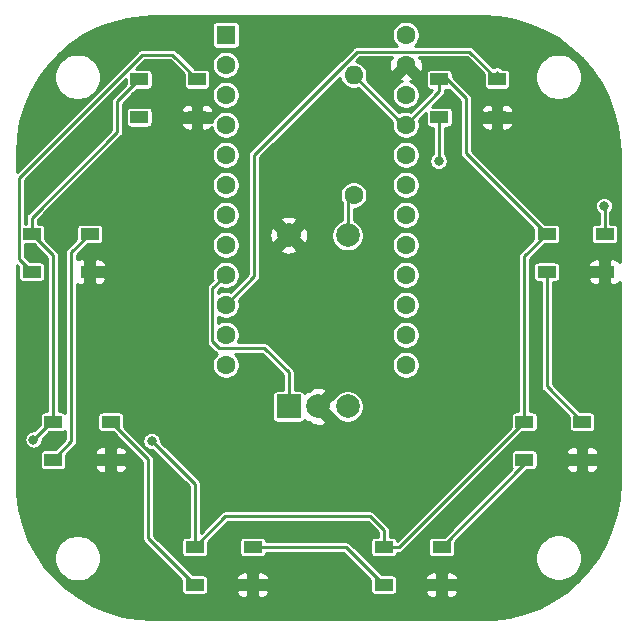
<source format=gbr>
%TF.GenerationSoftware,KiCad,Pcbnew,(5.1.10)-1*%
%TF.CreationDate,2021-11-16T11:27:34+01:00*%
%TF.ProjectId,VolumeKnob,566f6c75-6d65-44b6-9e6f-622e6b696361,rev?*%
%TF.SameCoordinates,Original*%
%TF.FileFunction,Copper,L1,Top*%
%TF.FilePolarity,Positive*%
%FSLAX46Y46*%
G04 Gerber Fmt 4.6, Leading zero omitted, Abs format (unit mm)*
G04 Created by KiCad (PCBNEW (5.1.10)-1) date 2021-11-16 11:27:34*
%MOMM*%
%LPD*%
G01*
G04 APERTURE LIST*
%TA.AperFunction,ComponentPad*%
%ADD10R,2.000000X2.000000*%
%TD*%
%TA.AperFunction,ComponentPad*%
%ADD11C,2.000000*%
%TD*%
%TA.AperFunction,SMDPad,CuDef*%
%ADD12R,1.500000X1.000000*%
%TD*%
%TA.AperFunction,ComponentPad*%
%ADD13O,1.600000X1.600000*%
%TD*%
%TA.AperFunction,ComponentPad*%
%ADD14C,1.600000*%
%TD*%
%TA.AperFunction,ComponentPad*%
%ADD15R,1.600000X1.600000*%
%TD*%
%TA.AperFunction,ViaPad*%
%ADD16C,0.800000*%
%TD*%
%TA.AperFunction,Conductor*%
%ADD17C,0.250000*%
%TD*%
%TA.AperFunction,Conductor*%
%ADD18C,0.254000*%
%TD*%
%TA.AperFunction,Conductor*%
%ADD19C,0.100000*%
%TD*%
G04 APERTURE END LIST*
D10*
%TO.P,SW1,A*%
%TO.N,D7*%
X77000000Y-82300000D03*
D11*
%TO.P,SW1,C*%
%TO.N,GND*%
X79500000Y-82300000D03*
%TO.P,SW1,B*%
%TO.N,C6*%
X82000000Y-82300000D03*
%TO.P,SW1,S1*%
%TO.N,GND*%
X77000000Y-67800000D03*
%TO.P,SW1,S2*%
%TO.N,ButtonR*%
X82000000Y-67800000D03*
%TD*%
D12*
%TO.P,D8,3*%
%TO.N,VCC*%
X64350000Y-54600000D03*
%TO.P,D8,4*%
%TO.N,Net-(D8-Pad4)*%
X64350000Y-57800000D03*
%TO.P,D8,2*%
%TO.N,Net-(D7-Pad4)*%
X69250000Y-54600000D03*
%TO.P,D8,1*%
%TO.N,GND*%
X69250000Y-57800000D03*
%TD*%
D13*
%TO.P,R1,2*%
%TO.N,VCC*%
X82500000Y-54240000D03*
D14*
%TO.P,R1,1*%
%TO.N,ButtonR*%
X82500000Y-64400000D03*
%TD*%
D15*
%TO.P,U1,1*%
%TO.N,Net-(U1-Pad1)*%
X71680000Y-50830000D03*
D14*
%TO.P,U1,2*%
%TO.N,Net-(U1-Pad2)*%
X71680000Y-53370000D03*
%TO.P,U1,3*%
%TO.N,Net-(U1-Pad3)*%
X71680000Y-55910000D03*
%TO.P,U1,4*%
%TO.N,Net-(U1-Pad4)*%
X71680000Y-58450000D03*
%TO.P,U1,5*%
%TO.N,ButtonR*%
X71680000Y-60990000D03*
%TO.P,U1,6*%
%TO.N,Net-(U1-Pad6)*%
X71680000Y-63530000D03*
%TO.P,U1,7*%
%TO.N,Net-(U1-Pad7)*%
X71680000Y-66070000D03*
%TO.P,U1,8*%
%TO.N,C6*%
X71680000Y-68610000D03*
%TO.P,U1,9*%
%TO.N,D7*%
X71680000Y-71150000D03*
%TO.P,U1,10*%
%TO.N,DIN*%
X71680000Y-73690000D03*
%TO.P,U1,11*%
%TO.N,Net-(U1-Pad11)*%
X71680000Y-76230000D03*
%TO.P,U1,12*%
%TO.N,Net-(U1-Pad12)*%
X71680000Y-78770000D03*
%TO.P,U1,13*%
%TO.N,Net-(U1-Pad13)*%
X86920000Y-78770000D03*
%TO.P,U1,14*%
%TO.N,Net-(U1-Pad14)*%
X86920000Y-76230000D03*
%TO.P,U1,15*%
%TO.N,Net-(U1-Pad15)*%
X86920000Y-73690000D03*
%TO.P,U1,16*%
%TO.N,Net-(U1-Pad16)*%
X86920000Y-71150000D03*
%TO.P,U1,17*%
%TO.N,Net-(U1-Pad17)*%
X86920000Y-68610000D03*
%TO.P,U1,18*%
%TO.N,Net-(U1-Pad18)*%
X86920000Y-66070000D03*
%TO.P,U1,19*%
%TO.N,Net-(U1-Pad19)*%
X86920000Y-63530000D03*
%TO.P,U1,20*%
%TO.N,Net-(U1-Pad20)*%
X86920000Y-60990000D03*
%TO.P,U1,21*%
%TO.N,VCC*%
X86920000Y-58450000D03*
%TO.P,U1,22*%
%TO.N,Net-(U1-Pad22)*%
X86920000Y-55910000D03*
%TO.P,U1,23*%
%TO.N,GND*%
X86920000Y-53370000D03*
%TO.P,U1,24*%
%TO.N,Net-(U1-Pad24)*%
X86920000Y-50830000D03*
%TD*%
D12*
%TO.P,D7,3*%
%TO.N,VCC*%
X55250000Y-67700000D03*
%TO.P,D7,4*%
%TO.N,Net-(D7-Pad4)*%
X55250000Y-70900000D03*
%TO.P,D7,2*%
%TO.N,Net-(D6-Pad4)*%
X60150000Y-67700000D03*
%TO.P,D7,1*%
%TO.N,GND*%
X60150000Y-70900000D03*
%TD*%
%TO.P,D6,3*%
%TO.N,VCC*%
X57050000Y-83600000D03*
%TO.P,D6,4*%
%TO.N,Net-(D6-Pad4)*%
X57050000Y-86800000D03*
%TO.P,D6,2*%
%TO.N,Net-(D5-Pad4)*%
X61950000Y-83600000D03*
%TO.P,D6,1*%
%TO.N,GND*%
X61950000Y-86800000D03*
%TD*%
%TO.P,D5,3*%
%TO.N,VCC*%
X69050000Y-94200000D03*
%TO.P,D5,4*%
%TO.N,Net-(D5-Pad4)*%
X69050000Y-97400000D03*
%TO.P,D5,2*%
%TO.N,Net-(D4-Pad4)*%
X73950000Y-94200000D03*
%TO.P,D5,1*%
%TO.N,GND*%
X73950000Y-97400000D03*
%TD*%
%TO.P,D4,3*%
%TO.N,VCC*%
X85050000Y-94200000D03*
%TO.P,D4,4*%
%TO.N,Net-(D4-Pad4)*%
X85050000Y-97400000D03*
%TO.P,D4,2*%
%TO.N,Net-(D3-Pad4)*%
X89950000Y-94200000D03*
%TO.P,D4,1*%
%TO.N,GND*%
X89950000Y-97400000D03*
%TD*%
%TO.P,D3,3*%
%TO.N,VCC*%
X96950000Y-83600000D03*
%TO.P,D3,4*%
%TO.N,Net-(D3-Pad4)*%
X96950000Y-86800000D03*
%TO.P,D3,2*%
%TO.N,Net-(D2-Pad4)*%
X101850000Y-83600000D03*
%TO.P,D3,1*%
%TO.N,GND*%
X101850000Y-86800000D03*
%TD*%
%TO.P,D2,3*%
%TO.N,VCC*%
X98850000Y-67700000D03*
%TO.P,D2,4*%
%TO.N,Net-(D2-Pad4)*%
X98850000Y-70900000D03*
%TO.P,D2,2*%
%TO.N,Net-(D1-Pad4)*%
X103750000Y-67700000D03*
%TO.P,D2,1*%
%TO.N,GND*%
X103750000Y-70900000D03*
%TD*%
%TO.P,D1,3*%
%TO.N,VCC*%
X89750000Y-54600000D03*
%TO.P,D1,4*%
%TO.N,Net-(D1-Pad4)*%
X89750000Y-57800000D03*
%TO.P,D1,2*%
%TO.N,DIN*%
X94650000Y-54600000D03*
%TO.P,D1,1*%
%TO.N,GND*%
X94650000Y-57800000D03*
%TD*%
D16*
%TO.N,VCC*%
X55400000Y-85100000D03*
X65400000Y-85200000D03*
%TO.N,Net-(D1-Pad4)*%
X103700000Y-65300000D03*
X89700000Y-61500000D03*
%TO.N,GND*%
X58810000Y-60790000D03*
%TD*%
D17*
%TO.N,VCC*%
X89750000Y-54600000D02*
X90400000Y-54600000D01*
X90400000Y-54600000D02*
X92000000Y-56200000D01*
X92000000Y-60850000D02*
X98850000Y-67700000D01*
X92000000Y-56200000D02*
X92000000Y-60850000D01*
X85050000Y-94200000D02*
X85050000Y-92750000D01*
X85050000Y-92750000D02*
X83900000Y-91600000D01*
X71650000Y-91600000D02*
X69050000Y-94200000D01*
X83900000Y-91600000D02*
X71650000Y-91600000D01*
X57050000Y-69500000D02*
X55250000Y-67700000D01*
X57050000Y-83600000D02*
X57050000Y-69500000D01*
X89750000Y-55620000D02*
X89750000Y-54600000D01*
X86920000Y-58450000D02*
X89750000Y-55620000D01*
X86710000Y-58450000D02*
X86920000Y-58450000D01*
X82500000Y-54240000D02*
X86710000Y-58450000D01*
X96950000Y-69600000D02*
X96950000Y-83600000D01*
X98850000Y-67700000D02*
X96950000Y-69600000D01*
X56900000Y-83600000D02*
X55400000Y-85100000D01*
X57050000Y-83600000D02*
X56900000Y-83600000D01*
X69050000Y-88850000D02*
X69050000Y-94200000D01*
X65400000Y-85200000D02*
X69050000Y-88850000D01*
X86350000Y-94200000D02*
X96950000Y-83600000D01*
X85050000Y-94200000D02*
X86350000Y-94200000D01*
X55250000Y-67700000D02*
X55250000Y-66310000D01*
X55250000Y-66310000D02*
X62500000Y-59060000D01*
X62500000Y-56450000D02*
X64350000Y-54600000D01*
X62500000Y-59060000D02*
X62500000Y-56450000D01*
%TO.N,ButtonR*%
X82000000Y-64900000D02*
X82500000Y-64400000D01*
X82000000Y-67800000D02*
X82000000Y-64900000D01*
%TO.N,Net-(D1-Pad4)*%
X103750000Y-65350000D02*
X103700000Y-65300000D01*
X103750000Y-67700000D02*
X103750000Y-65350000D01*
X89700000Y-57850000D02*
X89750000Y-57800000D01*
X89700000Y-61500000D02*
X89700000Y-57850000D01*
%TO.N,DIN*%
X94650000Y-54600000D02*
X94650000Y-53950000D01*
X92294999Y-52244999D02*
X94650000Y-54600000D01*
X82829999Y-52244999D02*
X92294999Y-52244999D01*
X74100000Y-60974998D02*
X82829999Y-52244999D01*
X74100000Y-71264998D02*
X74100000Y-60974998D01*
X71680000Y-73684998D02*
X74100000Y-71264998D01*
X71680000Y-73690000D02*
X71680000Y-73684998D01*
%TO.N,Net-(D2-Pad4)*%
X98850000Y-80600000D02*
X101850000Y-83600000D01*
X98850000Y-70900000D02*
X98850000Y-80600000D01*
%TO.N,Net-(D3-Pad4)*%
X96950000Y-87200000D02*
X89950000Y-94200000D01*
X96950000Y-86800000D02*
X96950000Y-87200000D01*
%TO.N,Net-(D4-Pad4)*%
X81850000Y-94200000D02*
X85050000Y-97400000D01*
X73950000Y-94200000D02*
X81850000Y-94200000D01*
%TO.N,Net-(D5-Pad4)*%
X69050000Y-97400000D02*
X65100000Y-93450000D01*
X65100000Y-86750000D02*
X61950000Y-83600000D01*
X65100000Y-93450000D02*
X65100000Y-86750000D01*
%TO.N,Net-(D6-Pad4)*%
X57050000Y-86800000D02*
X58600000Y-85250000D01*
X58600000Y-69250000D02*
X60150000Y-67700000D01*
X58600000Y-85250000D02*
X58600000Y-69250000D01*
%TO.N,Net-(D7-Pad4)*%
X54174999Y-62939999D02*
X64614998Y-52500000D01*
X54174999Y-69824999D02*
X54174999Y-62939999D01*
X55250000Y-70900000D02*
X54174999Y-69824999D01*
X67150000Y-52500000D02*
X69250000Y-54600000D01*
X64614998Y-52500000D02*
X67150000Y-52500000D01*
%TO.N,D7*%
X74955001Y-77355001D02*
X77000000Y-79400000D01*
X77000000Y-79400000D02*
X77000000Y-82300000D01*
X71139999Y-77355001D02*
X74955001Y-77355001D01*
X70554999Y-76770001D02*
X71139999Y-77355001D01*
X70554999Y-72275001D02*
X70554999Y-76770001D01*
X71680000Y-71150000D02*
X70554999Y-72275001D01*
%TD*%
D18*
%TO.N,GND*%
X94824242Y-49354949D02*
X96130921Y-49583001D01*
X97402734Y-49959730D01*
X98622824Y-50480142D01*
X99775003Y-51137333D01*
X100844021Y-51922603D01*
X101815692Y-52825536D01*
X102677142Y-53834165D01*
X103416958Y-54935127D01*
X104025327Y-56113818D01*
X104494191Y-57354629D01*
X104817332Y-58641108D01*
X104991121Y-59961165D01*
X105022201Y-60808782D01*
X105022201Y-70034102D01*
X104944426Y-69942156D01*
X104846566Y-69864250D01*
X104735387Y-69806933D01*
X104615162Y-69772407D01*
X104490512Y-69761999D01*
X104281750Y-69765000D01*
X104123000Y-69923750D01*
X104123000Y-70527000D01*
X104143000Y-70527000D01*
X104143000Y-71273000D01*
X104123000Y-71273000D01*
X104123000Y-71876250D01*
X104281750Y-72035000D01*
X104490512Y-72038001D01*
X104615162Y-72027593D01*
X104735387Y-71993067D01*
X104846566Y-71935750D01*
X104944426Y-71857844D01*
X105022201Y-71765898D01*
X105022200Y-88786232D01*
X104945051Y-90124242D01*
X104716999Y-91430923D01*
X104340270Y-92702734D01*
X103819857Y-93922827D01*
X103162667Y-95075003D01*
X102377396Y-96144021D01*
X101474464Y-97115693D01*
X100465835Y-97977142D01*
X99364869Y-98716960D01*
X98186178Y-99325329D01*
X96945374Y-99794190D01*
X95658893Y-100117331D01*
X94338835Y-100291121D01*
X93491246Y-100322200D01*
X65513768Y-100322200D01*
X64175758Y-100245051D01*
X62869077Y-100016999D01*
X61597266Y-99640270D01*
X60377173Y-99119857D01*
X59224997Y-98462667D01*
X58155979Y-97677396D01*
X57184307Y-96774464D01*
X56322858Y-95765835D01*
X55771418Y-94945204D01*
X57152200Y-94945204D01*
X57152200Y-95334796D01*
X57228205Y-95716903D01*
X57377296Y-96076840D01*
X57593742Y-96400774D01*
X57869226Y-96676258D01*
X58193160Y-96892704D01*
X58553097Y-97041795D01*
X58935204Y-97117800D01*
X59324796Y-97117800D01*
X59706903Y-97041795D01*
X60066840Y-96892704D01*
X60390774Y-96676258D01*
X60666258Y-96400774D01*
X60882704Y-96076840D01*
X61031795Y-95716903D01*
X61107800Y-95334796D01*
X61107800Y-94945204D01*
X61031795Y-94563097D01*
X60882704Y-94203160D01*
X60666258Y-93879226D01*
X60390774Y-93603742D01*
X60066840Y-93387296D01*
X59706903Y-93238205D01*
X59324796Y-93162200D01*
X58935204Y-93162200D01*
X58553097Y-93238205D01*
X58193160Y-93387296D01*
X57869226Y-93603742D01*
X57593742Y-93879226D01*
X57377296Y-94203160D01*
X57228205Y-94563097D01*
X57152200Y-94945204D01*
X55771418Y-94945204D01*
X55583040Y-94664869D01*
X54974671Y-93486178D01*
X54505810Y-92245374D01*
X54182669Y-90958893D01*
X54008879Y-89638835D01*
X53977800Y-88791246D01*
X53977800Y-70338866D01*
X54120372Y-70481438D01*
X54120372Y-71400000D01*
X54127666Y-71474062D01*
X54149269Y-71545277D01*
X54184351Y-71610910D01*
X54231562Y-71668438D01*
X54289090Y-71715649D01*
X54354723Y-71750731D01*
X54425938Y-71772334D01*
X54500000Y-71779628D01*
X56000000Y-71779628D01*
X56074062Y-71772334D01*
X56145277Y-71750731D01*
X56210910Y-71715649D01*
X56268438Y-71668438D01*
X56315649Y-71610910D01*
X56350731Y-71545277D01*
X56372334Y-71474062D01*
X56379628Y-71400000D01*
X56379628Y-70400000D01*
X56372334Y-70325938D01*
X56350731Y-70254723D01*
X56315649Y-70189090D01*
X56268438Y-70131562D01*
X56210910Y-70084351D01*
X56145277Y-70049269D01*
X56074062Y-70027666D01*
X56000000Y-70020372D01*
X55081439Y-70020372D01*
X54677799Y-69616733D01*
X54677799Y-68579628D01*
X55418562Y-68579628D01*
X56547201Y-69708267D01*
X56547200Y-82720372D01*
X56300000Y-82720372D01*
X56225938Y-82727666D01*
X56154723Y-82749269D01*
X56089090Y-82784351D01*
X56031562Y-82831562D01*
X55984351Y-82889090D01*
X55949269Y-82954723D01*
X55927666Y-83025938D01*
X55920372Y-83100000D01*
X55920372Y-83868562D01*
X55466734Y-84322200D01*
X55323393Y-84322200D01*
X55173124Y-84352091D01*
X55031574Y-84410723D01*
X54904182Y-84495844D01*
X54795844Y-84604182D01*
X54710723Y-84731574D01*
X54652091Y-84873124D01*
X54622200Y-85023393D01*
X54622200Y-85176607D01*
X54652091Y-85326876D01*
X54710723Y-85468426D01*
X54795844Y-85595818D01*
X54904182Y-85704156D01*
X55031574Y-85789277D01*
X55173124Y-85847909D01*
X55323393Y-85877800D01*
X55476607Y-85877800D01*
X55626876Y-85847909D01*
X55768426Y-85789277D01*
X55895818Y-85704156D01*
X56004156Y-85595818D01*
X56089277Y-85468426D01*
X56147909Y-85326876D01*
X56177800Y-85176607D01*
X56177800Y-85033266D01*
X56731438Y-84479628D01*
X57800000Y-84479628D01*
X57874062Y-84472334D01*
X57945277Y-84450731D01*
X58010910Y-84415649D01*
X58068438Y-84368438D01*
X58097200Y-84333391D01*
X58097200Y-85041733D01*
X57218562Y-85920372D01*
X56300000Y-85920372D01*
X56225938Y-85927666D01*
X56154723Y-85949269D01*
X56089090Y-85984351D01*
X56031562Y-86031562D01*
X55984351Y-86089090D01*
X55949269Y-86154723D01*
X55927666Y-86225938D01*
X55920372Y-86300000D01*
X55920372Y-87300000D01*
X55927666Y-87374062D01*
X55949269Y-87445277D01*
X55984351Y-87510910D01*
X56031562Y-87568438D01*
X56089090Y-87615649D01*
X56154723Y-87650731D01*
X56225938Y-87672334D01*
X56300000Y-87679628D01*
X57800000Y-87679628D01*
X57874062Y-87672334D01*
X57945277Y-87650731D01*
X58010910Y-87615649D01*
X58068438Y-87568438D01*
X58115649Y-87510910D01*
X58150731Y-87445277D01*
X58172334Y-87374062D01*
X58176501Y-87331750D01*
X60565000Y-87331750D01*
X60576109Y-87433773D01*
X60614194Y-87552918D01*
X60674792Y-87662343D01*
X60755574Y-87757844D01*
X60853434Y-87835750D01*
X60964613Y-87893067D01*
X61084838Y-87927593D01*
X61209488Y-87938001D01*
X61418250Y-87935000D01*
X61577000Y-87776250D01*
X61577000Y-87173000D01*
X62323000Y-87173000D01*
X62323000Y-87776250D01*
X62481750Y-87935000D01*
X62690512Y-87938001D01*
X62815162Y-87927593D01*
X62935387Y-87893067D01*
X63046566Y-87835750D01*
X63144426Y-87757844D01*
X63225208Y-87662343D01*
X63285806Y-87552918D01*
X63323891Y-87433773D01*
X63335000Y-87331750D01*
X63176250Y-87173000D01*
X62323000Y-87173000D01*
X61577000Y-87173000D01*
X60723750Y-87173000D01*
X60565000Y-87331750D01*
X58176501Y-87331750D01*
X58179628Y-87300000D01*
X58179628Y-86381438D01*
X58292816Y-86268250D01*
X60565000Y-86268250D01*
X60723750Y-86427000D01*
X61577000Y-86427000D01*
X61577000Y-85823750D01*
X62323000Y-85823750D01*
X62323000Y-86427000D01*
X63176250Y-86427000D01*
X63335000Y-86268250D01*
X63323891Y-86166227D01*
X63285806Y-86047082D01*
X63225208Y-85937657D01*
X63144426Y-85842156D01*
X63046566Y-85764250D01*
X62935387Y-85706933D01*
X62815162Y-85672407D01*
X62690512Y-85661999D01*
X62481750Y-85665000D01*
X62323000Y-85823750D01*
X61577000Y-85823750D01*
X61418250Y-85665000D01*
X61209488Y-85661999D01*
X61084838Y-85672407D01*
X60964613Y-85706933D01*
X60853434Y-85764250D01*
X60755574Y-85842156D01*
X60674792Y-85937657D01*
X60614194Y-86047082D01*
X60576109Y-86166227D01*
X60565000Y-86268250D01*
X58292816Y-86268250D01*
X58938075Y-85622992D01*
X58957253Y-85607253D01*
X59020085Y-85530692D01*
X59066774Y-85443344D01*
X59095524Y-85348566D01*
X59102800Y-85274692D01*
X59102800Y-85274691D01*
X59105232Y-85250001D01*
X59102800Y-85225309D01*
X59102800Y-83100000D01*
X60820372Y-83100000D01*
X60820372Y-84100000D01*
X60827666Y-84174062D01*
X60849269Y-84245277D01*
X60884351Y-84310910D01*
X60931562Y-84368438D01*
X60989090Y-84415649D01*
X61054723Y-84450731D01*
X61125938Y-84472334D01*
X61200000Y-84479628D01*
X62118562Y-84479628D01*
X64597201Y-86958268D01*
X64597200Y-93425308D01*
X64594768Y-93450000D01*
X64597200Y-93474691D01*
X64604476Y-93548565D01*
X64633226Y-93643343D01*
X64679915Y-93730692D01*
X64742747Y-93807253D01*
X64761930Y-93822996D01*
X67920372Y-96981439D01*
X67920372Y-97900000D01*
X67927666Y-97974062D01*
X67949269Y-98045277D01*
X67984351Y-98110910D01*
X68031562Y-98168438D01*
X68089090Y-98215649D01*
X68154723Y-98250731D01*
X68225938Y-98272334D01*
X68300000Y-98279628D01*
X69800000Y-98279628D01*
X69874062Y-98272334D01*
X69945277Y-98250731D01*
X70010910Y-98215649D01*
X70068438Y-98168438D01*
X70115649Y-98110910D01*
X70150731Y-98045277D01*
X70172334Y-97974062D01*
X70176501Y-97931750D01*
X72565000Y-97931750D01*
X72576109Y-98033773D01*
X72614194Y-98152918D01*
X72674792Y-98262343D01*
X72755574Y-98357844D01*
X72853434Y-98435750D01*
X72964613Y-98493067D01*
X73084838Y-98527593D01*
X73209488Y-98538001D01*
X73418250Y-98535000D01*
X73577000Y-98376250D01*
X73577000Y-97773000D01*
X74323000Y-97773000D01*
X74323000Y-98376250D01*
X74481750Y-98535000D01*
X74690512Y-98538001D01*
X74815162Y-98527593D01*
X74935387Y-98493067D01*
X75046566Y-98435750D01*
X75144426Y-98357844D01*
X75225208Y-98262343D01*
X75285806Y-98152918D01*
X75323891Y-98033773D01*
X75335000Y-97931750D01*
X75176250Y-97773000D01*
X74323000Y-97773000D01*
X73577000Y-97773000D01*
X72723750Y-97773000D01*
X72565000Y-97931750D01*
X70176501Y-97931750D01*
X70179628Y-97900000D01*
X70179628Y-96900000D01*
X70176502Y-96868250D01*
X72565000Y-96868250D01*
X72723750Y-97027000D01*
X73577000Y-97027000D01*
X73577000Y-96423750D01*
X74323000Y-96423750D01*
X74323000Y-97027000D01*
X75176250Y-97027000D01*
X75335000Y-96868250D01*
X75323891Y-96766227D01*
X75285806Y-96647082D01*
X75225208Y-96537657D01*
X75144426Y-96442156D01*
X75046566Y-96364250D01*
X74935387Y-96306933D01*
X74815162Y-96272407D01*
X74690512Y-96261999D01*
X74481750Y-96265000D01*
X74323000Y-96423750D01*
X73577000Y-96423750D01*
X73418250Y-96265000D01*
X73209488Y-96261999D01*
X73084838Y-96272407D01*
X72964613Y-96306933D01*
X72853434Y-96364250D01*
X72755574Y-96442156D01*
X72674792Y-96537657D01*
X72614194Y-96647082D01*
X72576109Y-96766227D01*
X72565000Y-96868250D01*
X70176502Y-96868250D01*
X70172334Y-96825938D01*
X70150731Y-96754723D01*
X70115649Y-96689090D01*
X70068438Y-96631562D01*
X70010910Y-96584351D01*
X69945277Y-96549269D01*
X69874062Y-96527666D01*
X69800000Y-96520372D01*
X68881439Y-96520372D01*
X65602800Y-93241734D01*
X65602800Y-86774692D01*
X65605232Y-86750000D01*
X65595524Y-86651434D01*
X65566774Y-86556655D01*
X65520085Y-86469308D01*
X65472993Y-86411926D01*
X65472992Y-86411925D01*
X65457253Y-86392747D01*
X65438075Y-86377008D01*
X64184460Y-85123393D01*
X64622200Y-85123393D01*
X64622200Y-85276607D01*
X64652091Y-85426876D01*
X64710723Y-85568426D01*
X64795844Y-85695818D01*
X64904182Y-85804156D01*
X65031574Y-85889277D01*
X65173124Y-85947909D01*
X65323393Y-85977800D01*
X65466734Y-85977800D01*
X68547200Y-89058267D01*
X68547201Y-93320372D01*
X68300000Y-93320372D01*
X68225938Y-93327666D01*
X68154723Y-93349269D01*
X68089090Y-93384351D01*
X68031562Y-93431562D01*
X67984351Y-93489090D01*
X67949269Y-93554723D01*
X67927666Y-93625938D01*
X67920372Y-93700000D01*
X67920372Y-94700000D01*
X67927666Y-94774062D01*
X67949269Y-94845277D01*
X67984351Y-94910910D01*
X68031562Y-94968438D01*
X68089090Y-95015649D01*
X68154723Y-95050731D01*
X68225938Y-95072334D01*
X68300000Y-95079628D01*
X69800000Y-95079628D01*
X69874062Y-95072334D01*
X69945277Y-95050731D01*
X70010910Y-95015649D01*
X70068438Y-94968438D01*
X70115649Y-94910910D01*
X70150731Y-94845277D01*
X70172334Y-94774062D01*
X70179628Y-94700000D01*
X70179628Y-93781438D01*
X70261066Y-93700000D01*
X72820372Y-93700000D01*
X72820372Y-94700000D01*
X72827666Y-94774062D01*
X72849269Y-94845277D01*
X72884351Y-94910910D01*
X72931562Y-94968438D01*
X72989090Y-95015649D01*
X73054723Y-95050731D01*
X73125938Y-95072334D01*
X73200000Y-95079628D01*
X74700000Y-95079628D01*
X74774062Y-95072334D01*
X74845277Y-95050731D01*
X74910910Y-95015649D01*
X74968438Y-94968438D01*
X75015649Y-94910910D01*
X75050731Y-94845277D01*
X75072334Y-94774062D01*
X75079352Y-94702800D01*
X81641734Y-94702800D01*
X83920372Y-96981438D01*
X83920372Y-97900000D01*
X83927666Y-97974062D01*
X83949269Y-98045277D01*
X83984351Y-98110910D01*
X84031562Y-98168438D01*
X84089090Y-98215649D01*
X84154723Y-98250731D01*
X84225938Y-98272334D01*
X84300000Y-98279628D01*
X85800000Y-98279628D01*
X85874062Y-98272334D01*
X85945277Y-98250731D01*
X86010910Y-98215649D01*
X86068438Y-98168438D01*
X86115649Y-98110910D01*
X86150731Y-98045277D01*
X86172334Y-97974062D01*
X86176501Y-97931750D01*
X88565000Y-97931750D01*
X88576109Y-98033773D01*
X88614194Y-98152918D01*
X88674792Y-98262343D01*
X88755574Y-98357844D01*
X88853434Y-98435750D01*
X88964613Y-98493067D01*
X89084838Y-98527593D01*
X89209488Y-98538001D01*
X89418250Y-98535000D01*
X89577000Y-98376250D01*
X89577000Y-97773000D01*
X90323000Y-97773000D01*
X90323000Y-98376250D01*
X90481750Y-98535000D01*
X90690512Y-98538001D01*
X90815162Y-98527593D01*
X90935387Y-98493067D01*
X91046566Y-98435750D01*
X91144426Y-98357844D01*
X91225208Y-98262343D01*
X91285806Y-98152918D01*
X91323891Y-98033773D01*
X91335000Y-97931750D01*
X91176250Y-97773000D01*
X90323000Y-97773000D01*
X89577000Y-97773000D01*
X88723750Y-97773000D01*
X88565000Y-97931750D01*
X86176501Y-97931750D01*
X86179628Y-97900000D01*
X86179628Y-96900000D01*
X86176502Y-96868250D01*
X88565000Y-96868250D01*
X88723750Y-97027000D01*
X89577000Y-97027000D01*
X89577000Y-96423750D01*
X90323000Y-96423750D01*
X90323000Y-97027000D01*
X91176250Y-97027000D01*
X91335000Y-96868250D01*
X91323891Y-96766227D01*
X91285806Y-96647082D01*
X91225208Y-96537657D01*
X91144426Y-96442156D01*
X91046566Y-96364250D01*
X90935387Y-96306933D01*
X90815162Y-96272407D01*
X90690512Y-96261999D01*
X90481750Y-96265000D01*
X90323000Y-96423750D01*
X89577000Y-96423750D01*
X89418250Y-96265000D01*
X89209488Y-96261999D01*
X89084838Y-96272407D01*
X88964613Y-96306933D01*
X88853434Y-96364250D01*
X88755574Y-96442156D01*
X88674792Y-96537657D01*
X88614194Y-96647082D01*
X88576109Y-96766227D01*
X88565000Y-96868250D01*
X86176502Y-96868250D01*
X86172334Y-96825938D01*
X86150731Y-96754723D01*
X86115649Y-96689090D01*
X86068438Y-96631562D01*
X86010910Y-96584351D01*
X85945277Y-96549269D01*
X85874062Y-96527666D01*
X85800000Y-96520372D01*
X84881438Y-96520372D01*
X82222996Y-93861930D01*
X82207253Y-93842747D01*
X82130692Y-93779915D01*
X82043344Y-93733226D01*
X81948566Y-93704476D01*
X81874692Y-93697200D01*
X81850000Y-93694768D01*
X81825308Y-93697200D01*
X75079352Y-93697200D01*
X75072334Y-93625938D01*
X75050731Y-93554723D01*
X75015649Y-93489090D01*
X74968438Y-93431562D01*
X74910910Y-93384351D01*
X74845277Y-93349269D01*
X74774062Y-93327666D01*
X74700000Y-93320372D01*
X73200000Y-93320372D01*
X73125938Y-93327666D01*
X73054723Y-93349269D01*
X72989090Y-93384351D01*
X72931562Y-93431562D01*
X72884351Y-93489090D01*
X72849269Y-93554723D01*
X72827666Y-93625938D01*
X72820372Y-93700000D01*
X70261066Y-93700000D01*
X71858266Y-92102800D01*
X83691734Y-92102800D01*
X84547201Y-92958268D01*
X84547201Y-93320372D01*
X84300000Y-93320372D01*
X84225938Y-93327666D01*
X84154723Y-93349269D01*
X84089090Y-93384351D01*
X84031562Y-93431562D01*
X83984351Y-93489090D01*
X83949269Y-93554723D01*
X83927666Y-93625938D01*
X83920372Y-93700000D01*
X83920372Y-94700000D01*
X83927666Y-94774062D01*
X83949269Y-94845277D01*
X83984351Y-94910910D01*
X84031562Y-94968438D01*
X84089090Y-95015649D01*
X84154723Y-95050731D01*
X84225938Y-95072334D01*
X84300000Y-95079628D01*
X85800000Y-95079628D01*
X85874062Y-95072334D01*
X85945277Y-95050731D01*
X86010910Y-95015649D01*
X86068438Y-94968438D01*
X86115649Y-94910910D01*
X86150731Y-94845277D01*
X86172334Y-94774062D01*
X86179352Y-94702800D01*
X86325308Y-94702800D01*
X86350000Y-94705232D01*
X86374692Y-94702800D01*
X86448566Y-94695524D01*
X86543344Y-94666774D01*
X86630692Y-94620085D01*
X86707253Y-94557253D01*
X86722996Y-94538070D01*
X87561066Y-93700000D01*
X88820372Y-93700000D01*
X88820372Y-94700000D01*
X88827666Y-94774062D01*
X88849269Y-94845277D01*
X88884351Y-94910910D01*
X88931562Y-94968438D01*
X88989090Y-95015649D01*
X89054723Y-95050731D01*
X89125938Y-95072334D01*
X89200000Y-95079628D01*
X90700000Y-95079628D01*
X90774062Y-95072334D01*
X90845277Y-95050731D01*
X90910910Y-95015649D01*
X90968438Y-94968438D01*
X91012125Y-94915204D01*
X97872200Y-94915204D01*
X97872200Y-95304796D01*
X97948205Y-95686903D01*
X98097296Y-96046840D01*
X98313742Y-96370774D01*
X98589226Y-96646258D01*
X98913160Y-96862704D01*
X99273097Y-97011795D01*
X99655204Y-97087800D01*
X100044796Y-97087800D01*
X100426903Y-97011795D01*
X100786840Y-96862704D01*
X101110774Y-96646258D01*
X101386258Y-96370774D01*
X101602704Y-96046840D01*
X101751795Y-95686903D01*
X101827800Y-95304796D01*
X101827800Y-94915204D01*
X101751795Y-94533097D01*
X101602704Y-94173160D01*
X101386258Y-93849226D01*
X101110774Y-93573742D01*
X100786840Y-93357296D01*
X100426903Y-93208205D01*
X100044796Y-93132200D01*
X99655204Y-93132200D01*
X99273097Y-93208205D01*
X98913160Y-93357296D01*
X98589226Y-93573742D01*
X98313742Y-93849226D01*
X98097296Y-94173160D01*
X97948205Y-94533097D01*
X97872200Y-94915204D01*
X91012125Y-94915204D01*
X91015649Y-94910910D01*
X91050731Y-94845277D01*
X91072334Y-94774062D01*
X91079628Y-94700000D01*
X91079628Y-93781438D01*
X97181439Y-87679628D01*
X97700000Y-87679628D01*
X97774062Y-87672334D01*
X97845277Y-87650731D01*
X97910910Y-87615649D01*
X97968438Y-87568438D01*
X98015649Y-87510910D01*
X98050731Y-87445277D01*
X98072334Y-87374062D01*
X98076501Y-87331750D01*
X100465000Y-87331750D01*
X100476109Y-87433773D01*
X100514194Y-87552918D01*
X100574792Y-87662343D01*
X100655574Y-87757844D01*
X100753434Y-87835750D01*
X100864613Y-87893067D01*
X100984838Y-87927593D01*
X101109488Y-87938001D01*
X101318250Y-87935000D01*
X101477000Y-87776250D01*
X101477000Y-87173000D01*
X102223000Y-87173000D01*
X102223000Y-87776250D01*
X102381750Y-87935000D01*
X102590512Y-87938001D01*
X102715162Y-87927593D01*
X102835387Y-87893067D01*
X102946566Y-87835750D01*
X103044426Y-87757844D01*
X103125208Y-87662343D01*
X103185806Y-87552918D01*
X103223891Y-87433773D01*
X103235000Y-87331750D01*
X103076250Y-87173000D01*
X102223000Y-87173000D01*
X101477000Y-87173000D01*
X100623750Y-87173000D01*
X100465000Y-87331750D01*
X98076501Y-87331750D01*
X98079628Y-87300000D01*
X98079628Y-86300000D01*
X98076502Y-86268250D01*
X100465000Y-86268250D01*
X100623750Y-86427000D01*
X101477000Y-86427000D01*
X101477000Y-85823750D01*
X102223000Y-85823750D01*
X102223000Y-86427000D01*
X103076250Y-86427000D01*
X103235000Y-86268250D01*
X103223891Y-86166227D01*
X103185806Y-86047082D01*
X103125208Y-85937657D01*
X103044426Y-85842156D01*
X102946566Y-85764250D01*
X102835387Y-85706933D01*
X102715162Y-85672407D01*
X102590512Y-85661999D01*
X102381750Y-85665000D01*
X102223000Y-85823750D01*
X101477000Y-85823750D01*
X101318250Y-85665000D01*
X101109488Y-85661999D01*
X100984838Y-85672407D01*
X100864613Y-85706933D01*
X100753434Y-85764250D01*
X100655574Y-85842156D01*
X100574792Y-85937657D01*
X100514194Y-86047082D01*
X100476109Y-86166227D01*
X100465000Y-86268250D01*
X98076502Y-86268250D01*
X98072334Y-86225938D01*
X98050731Y-86154723D01*
X98015649Y-86089090D01*
X97968438Y-86031562D01*
X97910910Y-85984351D01*
X97845277Y-85949269D01*
X97774062Y-85927666D01*
X97700000Y-85920372D01*
X96200000Y-85920372D01*
X96125938Y-85927666D01*
X96054723Y-85949269D01*
X95989090Y-85984351D01*
X95931562Y-86031562D01*
X95884351Y-86089090D01*
X95849269Y-86154723D01*
X95827666Y-86225938D01*
X95820372Y-86300000D01*
X95820372Y-87300000D01*
X95827666Y-87374062D01*
X95849269Y-87445277D01*
X95884351Y-87510910D01*
X95904036Y-87534897D01*
X90118562Y-93320372D01*
X89200000Y-93320372D01*
X89125938Y-93327666D01*
X89054723Y-93349269D01*
X88989090Y-93384351D01*
X88931562Y-93431562D01*
X88884351Y-93489090D01*
X88849269Y-93554723D01*
X88827666Y-93625938D01*
X88820372Y-93700000D01*
X87561066Y-93700000D01*
X96781439Y-84479628D01*
X97700000Y-84479628D01*
X97774062Y-84472334D01*
X97845277Y-84450731D01*
X97910910Y-84415649D01*
X97968438Y-84368438D01*
X98015649Y-84310910D01*
X98050731Y-84245277D01*
X98072334Y-84174062D01*
X98079628Y-84100000D01*
X98079628Y-83100000D01*
X98072334Y-83025938D01*
X98050731Y-82954723D01*
X98015649Y-82889090D01*
X97968438Y-82831562D01*
X97910910Y-82784351D01*
X97845277Y-82749269D01*
X97774062Y-82727666D01*
X97700000Y-82720372D01*
X97452800Y-82720372D01*
X97452800Y-70400000D01*
X97720372Y-70400000D01*
X97720372Y-71400000D01*
X97727666Y-71474062D01*
X97749269Y-71545277D01*
X97784351Y-71610910D01*
X97831562Y-71668438D01*
X97889090Y-71715649D01*
X97954723Y-71750731D01*
X98025938Y-71772334D01*
X98100000Y-71779628D01*
X98347200Y-71779628D01*
X98347201Y-80575298D01*
X98344768Y-80600000D01*
X98354476Y-80698565D01*
X98383227Y-80793344D01*
X98429915Y-80880691D01*
X98468467Y-80927666D01*
X98492748Y-80957253D01*
X98511926Y-80972992D01*
X100720372Y-83181439D01*
X100720372Y-84100000D01*
X100727666Y-84174062D01*
X100749269Y-84245277D01*
X100784351Y-84310910D01*
X100831562Y-84368438D01*
X100889090Y-84415649D01*
X100954723Y-84450731D01*
X101025938Y-84472334D01*
X101100000Y-84479628D01*
X102600000Y-84479628D01*
X102674062Y-84472334D01*
X102745277Y-84450731D01*
X102810910Y-84415649D01*
X102868438Y-84368438D01*
X102915649Y-84310910D01*
X102950731Y-84245277D01*
X102972334Y-84174062D01*
X102979628Y-84100000D01*
X102979628Y-83100000D01*
X102972334Y-83025938D01*
X102950731Y-82954723D01*
X102915649Y-82889090D01*
X102868438Y-82831562D01*
X102810910Y-82784351D01*
X102745277Y-82749269D01*
X102674062Y-82727666D01*
X102600000Y-82720372D01*
X101681439Y-82720372D01*
X99352800Y-80391734D01*
X99352800Y-71779628D01*
X99600000Y-71779628D01*
X99674062Y-71772334D01*
X99745277Y-71750731D01*
X99810910Y-71715649D01*
X99868438Y-71668438D01*
X99915649Y-71610910D01*
X99950731Y-71545277D01*
X99972334Y-71474062D01*
X99976501Y-71431750D01*
X102365000Y-71431750D01*
X102376109Y-71533773D01*
X102414194Y-71652918D01*
X102474792Y-71762343D01*
X102555574Y-71857844D01*
X102653434Y-71935750D01*
X102764613Y-71993067D01*
X102884838Y-72027593D01*
X103009488Y-72038001D01*
X103218250Y-72035000D01*
X103377000Y-71876250D01*
X103377000Y-71273000D01*
X102523750Y-71273000D01*
X102365000Y-71431750D01*
X99976501Y-71431750D01*
X99979628Y-71400000D01*
X99979628Y-70400000D01*
X99976502Y-70368250D01*
X102365000Y-70368250D01*
X102523750Y-70527000D01*
X103377000Y-70527000D01*
X103377000Y-69923750D01*
X103218250Y-69765000D01*
X103009488Y-69761999D01*
X102884838Y-69772407D01*
X102764613Y-69806933D01*
X102653434Y-69864250D01*
X102555574Y-69942156D01*
X102474792Y-70037657D01*
X102414194Y-70147082D01*
X102376109Y-70266227D01*
X102365000Y-70368250D01*
X99976502Y-70368250D01*
X99972334Y-70325938D01*
X99950731Y-70254723D01*
X99915649Y-70189090D01*
X99868438Y-70131562D01*
X99810910Y-70084351D01*
X99745277Y-70049269D01*
X99674062Y-70027666D01*
X99600000Y-70020372D01*
X98100000Y-70020372D01*
X98025938Y-70027666D01*
X97954723Y-70049269D01*
X97889090Y-70084351D01*
X97831562Y-70131562D01*
X97784351Y-70189090D01*
X97749269Y-70254723D01*
X97727666Y-70325938D01*
X97720372Y-70400000D01*
X97452800Y-70400000D01*
X97452800Y-69808266D01*
X98681439Y-68579628D01*
X99600000Y-68579628D01*
X99674062Y-68572334D01*
X99745277Y-68550731D01*
X99810910Y-68515649D01*
X99868438Y-68468438D01*
X99915649Y-68410910D01*
X99950731Y-68345277D01*
X99972334Y-68274062D01*
X99979628Y-68200000D01*
X99979628Y-67200000D01*
X102620372Y-67200000D01*
X102620372Y-68200000D01*
X102627666Y-68274062D01*
X102649269Y-68345277D01*
X102684351Y-68410910D01*
X102731562Y-68468438D01*
X102789090Y-68515649D01*
X102854723Y-68550731D01*
X102925938Y-68572334D01*
X103000000Y-68579628D01*
X104500000Y-68579628D01*
X104574062Y-68572334D01*
X104645277Y-68550731D01*
X104710910Y-68515649D01*
X104768438Y-68468438D01*
X104815649Y-68410910D01*
X104850731Y-68345277D01*
X104872334Y-68274062D01*
X104879628Y-68200000D01*
X104879628Y-67200000D01*
X104872334Y-67125938D01*
X104850731Y-67054723D01*
X104815649Y-66989090D01*
X104768438Y-66931562D01*
X104710910Y-66884351D01*
X104645277Y-66849269D01*
X104574062Y-66827666D01*
X104500000Y-66820372D01*
X104252800Y-66820372D01*
X104252800Y-65847174D01*
X104304156Y-65795818D01*
X104389277Y-65668426D01*
X104447909Y-65526876D01*
X104477800Y-65376607D01*
X104477800Y-65223393D01*
X104447909Y-65073124D01*
X104389277Y-64931574D01*
X104304156Y-64804182D01*
X104195818Y-64695844D01*
X104068426Y-64610723D01*
X103926876Y-64552091D01*
X103776607Y-64522200D01*
X103623393Y-64522200D01*
X103473124Y-64552091D01*
X103331574Y-64610723D01*
X103204182Y-64695844D01*
X103095844Y-64804182D01*
X103010723Y-64931574D01*
X102952091Y-65073124D01*
X102922200Y-65223393D01*
X102922200Y-65376607D01*
X102952091Y-65526876D01*
X103010723Y-65668426D01*
X103095844Y-65795818D01*
X103204182Y-65904156D01*
X103247201Y-65932900D01*
X103247200Y-66820372D01*
X103000000Y-66820372D01*
X102925938Y-66827666D01*
X102854723Y-66849269D01*
X102789090Y-66884351D01*
X102731562Y-66931562D01*
X102684351Y-66989090D01*
X102649269Y-67054723D01*
X102627666Y-67125938D01*
X102620372Y-67200000D01*
X99979628Y-67200000D01*
X99972334Y-67125938D01*
X99950731Y-67054723D01*
X99915649Y-66989090D01*
X99868438Y-66931562D01*
X99810910Y-66884351D01*
X99745277Y-66849269D01*
X99674062Y-66827666D01*
X99600000Y-66820372D01*
X98681439Y-66820372D01*
X92502800Y-60641734D01*
X92502800Y-58331750D01*
X93265000Y-58331750D01*
X93276109Y-58433773D01*
X93314194Y-58552918D01*
X93374792Y-58662343D01*
X93455574Y-58757844D01*
X93553434Y-58835750D01*
X93664613Y-58893067D01*
X93784838Y-58927593D01*
X93909488Y-58938001D01*
X94118250Y-58935000D01*
X94277000Y-58776250D01*
X94277000Y-58173000D01*
X95023000Y-58173000D01*
X95023000Y-58776250D01*
X95181750Y-58935000D01*
X95390512Y-58938001D01*
X95515162Y-58927593D01*
X95635387Y-58893067D01*
X95746566Y-58835750D01*
X95844426Y-58757844D01*
X95925208Y-58662343D01*
X95985806Y-58552918D01*
X96023891Y-58433773D01*
X96035000Y-58331750D01*
X95876250Y-58173000D01*
X95023000Y-58173000D01*
X94277000Y-58173000D01*
X93423750Y-58173000D01*
X93265000Y-58331750D01*
X92502800Y-58331750D01*
X92502800Y-57268250D01*
X93265000Y-57268250D01*
X93423750Y-57427000D01*
X94277000Y-57427000D01*
X94277000Y-56823750D01*
X95023000Y-56823750D01*
X95023000Y-57427000D01*
X95876250Y-57427000D01*
X96035000Y-57268250D01*
X96023891Y-57166227D01*
X95985806Y-57047082D01*
X95925208Y-56937657D01*
X95844426Y-56842156D01*
X95746566Y-56764250D01*
X95635387Y-56706933D01*
X95515162Y-56672407D01*
X95390512Y-56661999D01*
X95181750Y-56665000D01*
X95023000Y-56823750D01*
X94277000Y-56823750D01*
X94118250Y-56665000D01*
X93909488Y-56661999D01*
X93784838Y-56672407D01*
X93664613Y-56706933D01*
X93553434Y-56764250D01*
X93455574Y-56842156D01*
X93374792Y-56937657D01*
X93314194Y-57047082D01*
X93276109Y-57166227D01*
X93265000Y-57268250D01*
X92502800Y-57268250D01*
X92502800Y-56224692D01*
X92505232Y-56200000D01*
X92495524Y-56101434D01*
X92466774Y-56006656D01*
X92420085Y-55919308D01*
X92372993Y-55861926D01*
X92372992Y-55861925D01*
X92357253Y-55842747D01*
X92338075Y-55827008D01*
X90879628Y-54368562D01*
X90879628Y-54100000D01*
X90872334Y-54025938D01*
X90850731Y-53954723D01*
X90815649Y-53889090D01*
X90768438Y-53831562D01*
X90710910Y-53784351D01*
X90645277Y-53749269D01*
X90574062Y-53727666D01*
X90500000Y-53720372D01*
X89000000Y-53720372D01*
X88925938Y-53727666D01*
X88854723Y-53749269D01*
X88789090Y-53784351D01*
X88731562Y-53831562D01*
X88684351Y-53889090D01*
X88649269Y-53954723D01*
X88627666Y-54025938D01*
X88620372Y-54100000D01*
X88620372Y-55100000D01*
X88627666Y-55174062D01*
X88649269Y-55245277D01*
X88684351Y-55310910D01*
X88731562Y-55368438D01*
X88789090Y-55415649D01*
X88854723Y-55450731D01*
X88925938Y-55472334D01*
X89000000Y-55479628D01*
X89179306Y-55479628D01*
X87318650Y-57340284D01*
X87263552Y-57317462D01*
X87036003Y-57272200D01*
X86803997Y-57272200D01*
X86576448Y-57317462D01*
X86372858Y-57401792D01*
X84765063Y-55793997D01*
X85742200Y-55793997D01*
X85742200Y-56026003D01*
X85787462Y-56253552D01*
X85876247Y-56467898D01*
X86005143Y-56660804D01*
X86169196Y-56824857D01*
X86362102Y-56953753D01*
X86576448Y-57042538D01*
X86803997Y-57087800D01*
X87036003Y-57087800D01*
X87263552Y-57042538D01*
X87477898Y-56953753D01*
X87670804Y-56824857D01*
X87834857Y-56660804D01*
X87963753Y-56467898D01*
X88052538Y-56253552D01*
X88097800Y-56026003D01*
X88097800Y-55793997D01*
X88052538Y-55566448D01*
X87963753Y-55352102D01*
X87834857Y-55159196D01*
X87670804Y-54995143D01*
X87477898Y-54866247D01*
X87263552Y-54777462D01*
X87246091Y-54773989D01*
X87436941Y-54716094D01*
X87524424Y-54501926D01*
X86920000Y-53897502D01*
X86315576Y-54501926D01*
X86403059Y-54716094D01*
X86605269Y-54771729D01*
X86576448Y-54777462D01*
X86362102Y-54866247D01*
X86169196Y-54995143D01*
X86005143Y-55159196D01*
X85876247Y-55352102D01*
X85787462Y-55566448D01*
X85742200Y-55793997D01*
X84765063Y-55793997D01*
X83609716Y-54638650D01*
X83632538Y-54583552D01*
X83677800Y-54356003D01*
X83677800Y-54123997D01*
X83632538Y-53896448D01*
X83543753Y-53682102D01*
X83414857Y-53489196D01*
X83250804Y-53325143D01*
X83057898Y-53196247D01*
X82843552Y-53107462D01*
X82705970Y-53080095D01*
X83038266Y-52747799D01*
X85770294Y-52747799D01*
X85788072Y-52765577D01*
X85573906Y-52853059D01*
X85498920Y-53125602D01*
X85478546Y-53407537D01*
X85513566Y-53688030D01*
X85573906Y-53886941D01*
X85788074Y-53974424D01*
X86392498Y-53370000D01*
X86378356Y-53355858D01*
X86905858Y-52828356D01*
X86920000Y-52842498D01*
X86934142Y-52828356D01*
X87461644Y-53355858D01*
X87447502Y-53370000D01*
X88051926Y-53974424D01*
X88266094Y-53886941D01*
X88341080Y-53614398D01*
X88361454Y-53332463D01*
X88326434Y-53051970D01*
X88266094Y-52853059D01*
X88051928Y-52765577D01*
X88069706Y-52747799D01*
X92086733Y-52747799D01*
X93520372Y-54181438D01*
X93520372Y-55100000D01*
X93527666Y-55174062D01*
X93549269Y-55245277D01*
X93584351Y-55310910D01*
X93631562Y-55368438D01*
X93689090Y-55415649D01*
X93754723Y-55450731D01*
X93825938Y-55472334D01*
X93900000Y-55479628D01*
X95400000Y-55479628D01*
X95474062Y-55472334D01*
X95545277Y-55450731D01*
X95610910Y-55415649D01*
X95668438Y-55368438D01*
X95715649Y-55310910D01*
X95750731Y-55245277D01*
X95772334Y-55174062D01*
X95779628Y-55100000D01*
X95779628Y-54205204D01*
X97872200Y-54205204D01*
X97872200Y-54594796D01*
X97948205Y-54976903D01*
X98097296Y-55336840D01*
X98313742Y-55660774D01*
X98589226Y-55936258D01*
X98913160Y-56152704D01*
X99273097Y-56301795D01*
X99655204Y-56377800D01*
X100044796Y-56377800D01*
X100426903Y-56301795D01*
X100786840Y-56152704D01*
X101110774Y-55936258D01*
X101386258Y-55660774D01*
X101602704Y-55336840D01*
X101751795Y-54976903D01*
X101827800Y-54594796D01*
X101827800Y-54205204D01*
X101751795Y-53823097D01*
X101602704Y-53463160D01*
X101386258Y-53139226D01*
X101110774Y-52863742D01*
X100786840Y-52647296D01*
X100426903Y-52498205D01*
X100044796Y-52422200D01*
X99655204Y-52422200D01*
X99273097Y-52498205D01*
X98913160Y-52647296D01*
X98589226Y-52863742D01*
X98313742Y-53139226D01*
X98097296Y-53463160D01*
X97948205Y-53823097D01*
X97872200Y-54205204D01*
X95779628Y-54205204D01*
X95779628Y-54100000D01*
X95772334Y-54025938D01*
X95750731Y-53954723D01*
X95715649Y-53889090D01*
X95668438Y-53831562D01*
X95610910Y-53784351D01*
X95545277Y-53749269D01*
X95474062Y-53727666D01*
X95400000Y-53720372D01*
X95097380Y-53720372D01*
X95070085Y-53669308D01*
X95007253Y-53592747D01*
X94930692Y-53529915D01*
X94843344Y-53483226D01*
X94748566Y-53454476D01*
X94650000Y-53444768D01*
X94551435Y-53454476D01*
X94456657Y-53483226D01*
X94369309Y-53529915D01*
X94326288Y-53565222D01*
X92667995Y-51906929D01*
X92652252Y-51887746D01*
X92575691Y-51824914D01*
X92488343Y-51778225D01*
X92393565Y-51749475D01*
X92319691Y-51742199D01*
X92294999Y-51739767D01*
X92270307Y-51742199D01*
X87673462Y-51742199D01*
X87834857Y-51580804D01*
X87963753Y-51387898D01*
X88052538Y-51173552D01*
X88097800Y-50946003D01*
X88097800Y-50713997D01*
X88052538Y-50486448D01*
X87963753Y-50272102D01*
X87834857Y-50079196D01*
X87670804Y-49915143D01*
X87477898Y-49786247D01*
X87263552Y-49697462D01*
X87036003Y-49652200D01*
X86803997Y-49652200D01*
X86576448Y-49697462D01*
X86362102Y-49786247D01*
X86169196Y-49915143D01*
X86005143Y-50079196D01*
X85876247Y-50272102D01*
X85787462Y-50486448D01*
X85742200Y-50713997D01*
X85742200Y-50946003D01*
X85787462Y-51173552D01*
X85876247Y-51387898D01*
X86005143Y-51580804D01*
X86166538Y-51742199D01*
X82854691Y-51742199D01*
X82829999Y-51739767D01*
X82805307Y-51742199D01*
X82731433Y-51749475D01*
X82636655Y-51778225D01*
X82549307Y-51824914D01*
X82472746Y-51887746D01*
X82457007Y-51906924D01*
X73761926Y-60602006D01*
X73742748Y-60617745D01*
X73727009Y-60636923D01*
X73727007Y-60636925D01*
X73679915Y-60694307D01*
X73633227Y-60781654D01*
X73604476Y-60876433D01*
X73594768Y-60974998D01*
X73597201Y-60999700D01*
X73597200Y-71056731D01*
X72075113Y-72578819D01*
X72023552Y-72557462D01*
X71796003Y-72512200D01*
X71563997Y-72512200D01*
X71336448Y-72557462D01*
X71122102Y-72646247D01*
X71057799Y-72689213D01*
X71057799Y-72483267D01*
X71281350Y-72259716D01*
X71336448Y-72282538D01*
X71563997Y-72327800D01*
X71796003Y-72327800D01*
X72023552Y-72282538D01*
X72237898Y-72193753D01*
X72430804Y-72064857D01*
X72594857Y-71900804D01*
X72723753Y-71707898D01*
X72812538Y-71493552D01*
X72857800Y-71266003D01*
X72857800Y-71033997D01*
X72812538Y-70806448D01*
X72723753Y-70592102D01*
X72594857Y-70399196D01*
X72430804Y-70235143D01*
X72237898Y-70106247D01*
X72023552Y-70017462D01*
X71796003Y-69972200D01*
X71563997Y-69972200D01*
X71336448Y-70017462D01*
X71122102Y-70106247D01*
X70929196Y-70235143D01*
X70765143Y-70399196D01*
X70636247Y-70592102D01*
X70547462Y-70806448D01*
X70502200Y-71033997D01*
X70502200Y-71266003D01*
X70547462Y-71493552D01*
X70570284Y-71548650D01*
X70216929Y-71902005D01*
X70197746Y-71917748D01*
X70134914Y-71994309D01*
X70088225Y-72081658D01*
X70059475Y-72176435D01*
X70059475Y-72176436D01*
X70049767Y-72275001D01*
X70052199Y-72299693D01*
X70052200Y-76745299D01*
X70049767Y-76770001D01*
X70059475Y-76868566D01*
X70088226Y-76963345D01*
X70106616Y-76997749D01*
X70134915Y-77050693D01*
X70197747Y-77127254D01*
X70216925Y-77142993D01*
X70767005Y-77693074D01*
X70782746Y-77712254D01*
X70859307Y-77775086D01*
X70946655Y-77821775D01*
X70968993Y-77828551D01*
X70929196Y-77855143D01*
X70765143Y-78019196D01*
X70636247Y-78212102D01*
X70547462Y-78426448D01*
X70502200Y-78653997D01*
X70502200Y-78886003D01*
X70547462Y-79113552D01*
X70636247Y-79327898D01*
X70765143Y-79520804D01*
X70929196Y-79684857D01*
X71122102Y-79813753D01*
X71336448Y-79902538D01*
X71563997Y-79947800D01*
X71796003Y-79947800D01*
X72023552Y-79902538D01*
X72237898Y-79813753D01*
X72430804Y-79684857D01*
X72594857Y-79520804D01*
X72723753Y-79327898D01*
X72812538Y-79113552D01*
X72857800Y-78886003D01*
X72857800Y-78653997D01*
X72812538Y-78426448D01*
X72723753Y-78212102D01*
X72594857Y-78019196D01*
X72433462Y-77857801D01*
X74746735Y-77857801D01*
X76497200Y-79608266D01*
X76497201Y-80920372D01*
X76000000Y-80920372D01*
X75925938Y-80927666D01*
X75854723Y-80949269D01*
X75789090Y-80984351D01*
X75731562Y-81031562D01*
X75684351Y-81089090D01*
X75649269Y-81154723D01*
X75627666Y-81225938D01*
X75620372Y-81300000D01*
X75620372Y-83300000D01*
X75627666Y-83374062D01*
X75649269Y-83445277D01*
X75684351Y-83510910D01*
X75731562Y-83568438D01*
X75789090Y-83615649D01*
X75854723Y-83650731D01*
X75925938Y-83672334D01*
X76000000Y-83679628D01*
X78000000Y-83679628D01*
X78074062Y-83672334D01*
X78145277Y-83650731D01*
X78210910Y-83615649D01*
X78268438Y-83568438D01*
X78315649Y-83510910D01*
X78340973Y-83463532D01*
X78602473Y-83725032D01*
X78747975Y-83579530D01*
X78861302Y-83813678D01*
X79168877Y-83909197D01*
X79489178Y-83942875D01*
X79809895Y-83913418D01*
X80118703Y-83821960D01*
X80138698Y-83813678D01*
X80252026Y-83579527D01*
X79500000Y-82827502D01*
X79485858Y-82841644D01*
X78958356Y-82314142D01*
X78972498Y-82300000D01*
X80027502Y-82300000D01*
X80779527Y-83052026D01*
X80829319Y-83027927D01*
X80929793Y-83178297D01*
X81121703Y-83370207D01*
X81347367Y-83520991D01*
X81598110Y-83624852D01*
X81864299Y-83677800D01*
X82135701Y-83677800D01*
X82401890Y-83624852D01*
X82652633Y-83520991D01*
X82878297Y-83370207D01*
X83070207Y-83178297D01*
X83220991Y-82952633D01*
X83324852Y-82701890D01*
X83377800Y-82435701D01*
X83377800Y-82164299D01*
X83324852Y-81898110D01*
X83220991Y-81647367D01*
X83070207Y-81421703D01*
X82878297Y-81229793D01*
X82652633Y-81079009D01*
X82401890Y-80975148D01*
X82135701Y-80922200D01*
X81864299Y-80922200D01*
X81598110Y-80975148D01*
X81347367Y-81079009D01*
X81121703Y-81229793D01*
X80929793Y-81421703D01*
X80829319Y-81572073D01*
X80779527Y-81547974D01*
X80027502Y-82300000D01*
X78972498Y-82300000D01*
X78958356Y-82285858D01*
X79485858Y-81758356D01*
X79500000Y-81772498D01*
X80252026Y-81020473D01*
X80138698Y-80786322D01*
X79831123Y-80690803D01*
X79510822Y-80657125D01*
X79190105Y-80686582D01*
X78881297Y-80778040D01*
X78861302Y-80786322D01*
X78747975Y-81020470D01*
X78602473Y-80874968D01*
X78340973Y-81136468D01*
X78315649Y-81089090D01*
X78268438Y-81031562D01*
X78210910Y-80984351D01*
X78145277Y-80949269D01*
X78074062Y-80927666D01*
X78000000Y-80920372D01*
X77502800Y-80920372D01*
X77502800Y-79424681D01*
X77505231Y-79399999D01*
X77502800Y-79375317D01*
X77502800Y-79375308D01*
X77495524Y-79301434D01*
X77466774Y-79206656D01*
X77420085Y-79119308D01*
X77357253Y-79042747D01*
X77338070Y-79027004D01*
X76965063Y-78653997D01*
X85742200Y-78653997D01*
X85742200Y-78886003D01*
X85787462Y-79113552D01*
X85876247Y-79327898D01*
X86005143Y-79520804D01*
X86169196Y-79684857D01*
X86362102Y-79813753D01*
X86576448Y-79902538D01*
X86803997Y-79947800D01*
X87036003Y-79947800D01*
X87263552Y-79902538D01*
X87477898Y-79813753D01*
X87670804Y-79684857D01*
X87834857Y-79520804D01*
X87963753Y-79327898D01*
X88052538Y-79113552D01*
X88097800Y-78886003D01*
X88097800Y-78653997D01*
X88052538Y-78426448D01*
X87963753Y-78212102D01*
X87834857Y-78019196D01*
X87670804Y-77855143D01*
X87477898Y-77726247D01*
X87263552Y-77637462D01*
X87036003Y-77592200D01*
X86803997Y-77592200D01*
X86576448Y-77637462D01*
X86362102Y-77726247D01*
X86169196Y-77855143D01*
X86005143Y-78019196D01*
X85876247Y-78212102D01*
X85787462Y-78426448D01*
X85742200Y-78653997D01*
X76965063Y-78653997D01*
X75327997Y-77016931D01*
X75312254Y-76997748D01*
X75235693Y-76934916D01*
X75148345Y-76888227D01*
X75053567Y-76859477D01*
X74979693Y-76852201D01*
X74955001Y-76849769D01*
X74930309Y-76852201D01*
X72680787Y-76852201D01*
X72723753Y-76787898D01*
X72812538Y-76573552D01*
X72857800Y-76346003D01*
X72857800Y-76113997D01*
X85742200Y-76113997D01*
X85742200Y-76346003D01*
X85787462Y-76573552D01*
X85876247Y-76787898D01*
X86005143Y-76980804D01*
X86169196Y-77144857D01*
X86362102Y-77273753D01*
X86576448Y-77362538D01*
X86803997Y-77407800D01*
X87036003Y-77407800D01*
X87263552Y-77362538D01*
X87477898Y-77273753D01*
X87670804Y-77144857D01*
X87834857Y-76980804D01*
X87963753Y-76787898D01*
X88052538Y-76573552D01*
X88097800Y-76346003D01*
X88097800Y-76113997D01*
X88052538Y-75886448D01*
X87963753Y-75672102D01*
X87834857Y-75479196D01*
X87670804Y-75315143D01*
X87477898Y-75186247D01*
X87263552Y-75097462D01*
X87036003Y-75052200D01*
X86803997Y-75052200D01*
X86576448Y-75097462D01*
X86362102Y-75186247D01*
X86169196Y-75315143D01*
X86005143Y-75479196D01*
X85876247Y-75672102D01*
X85787462Y-75886448D01*
X85742200Y-76113997D01*
X72857800Y-76113997D01*
X72812538Y-75886448D01*
X72723753Y-75672102D01*
X72594857Y-75479196D01*
X72430804Y-75315143D01*
X72237898Y-75186247D01*
X72023552Y-75097462D01*
X71796003Y-75052200D01*
X71563997Y-75052200D01*
X71336448Y-75097462D01*
X71122102Y-75186247D01*
X71057799Y-75229213D01*
X71057799Y-74690787D01*
X71122102Y-74733753D01*
X71336448Y-74822538D01*
X71563997Y-74867800D01*
X71796003Y-74867800D01*
X72023552Y-74822538D01*
X72237898Y-74733753D01*
X72430804Y-74604857D01*
X72594857Y-74440804D01*
X72723753Y-74247898D01*
X72812538Y-74033552D01*
X72857800Y-73806003D01*
X72857800Y-73573997D01*
X85742200Y-73573997D01*
X85742200Y-73806003D01*
X85787462Y-74033552D01*
X85876247Y-74247898D01*
X86005143Y-74440804D01*
X86169196Y-74604857D01*
X86362102Y-74733753D01*
X86576448Y-74822538D01*
X86803997Y-74867800D01*
X87036003Y-74867800D01*
X87263552Y-74822538D01*
X87477898Y-74733753D01*
X87670804Y-74604857D01*
X87834857Y-74440804D01*
X87963753Y-74247898D01*
X88052538Y-74033552D01*
X88097800Y-73806003D01*
X88097800Y-73573997D01*
X88052538Y-73346448D01*
X87963753Y-73132102D01*
X87834857Y-72939196D01*
X87670804Y-72775143D01*
X87477898Y-72646247D01*
X87263552Y-72557462D01*
X87036003Y-72512200D01*
X86803997Y-72512200D01*
X86576448Y-72557462D01*
X86362102Y-72646247D01*
X86169196Y-72775143D01*
X86005143Y-72939196D01*
X85876247Y-73132102D01*
X85787462Y-73346448D01*
X85742200Y-73573997D01*
X72857800Y-73573997D01*
X72812538Y-73346448D01*
X72788251Y-73287814D01*
X74438075Y-71637990D01*
X74457253Y-71622251D01*
X74520085Y-71545690D01*
X74550882Y-71488074D01*
X74566774Y-71458343D01*
X74595524Y-71363564D01*
X74605232Y-71264998D01*
X74602800Y-71240306D01*
X74602800Y-71033997D01*
X85742200Y-71033997D01*
X85742200Y-71266003D01*
X85787462Y-71493552D01*
X85876247Y-71707898D01*
X86005143Y-71900804D01*
X86169196Y-72064857D01*
X86362102Y-72193753D01*
X86576448Y-72282538D01*
X86803997Y-72327800D01*
X87036003Y-72327800D01*
X87263552Y-72282538D01*
X87477898Y-72193753D01*
X87670804Y-72064857D01*
X87834857Y-71900804D01*
X87963753Y-71707898D01*
X88052538Y-71493552D01*
X88097800Y-71266003D01*
X88097800Y-71033997D01*
X88052538Y-70806448D01*
X87963753Y-70592102D01*
X87834857Y-70399196D01*
X87670804Y-70235143D01*
X87477898Y-70106247D01*
X87263552Y-70017462D01*
X87036003Y-69972200D01*
X86803997Y-69972200D01*
X86576448Y-70017462D01*
X86362102Y-70106247D01*
X86169196Y-70235143D01*
X86005143Y-70399196D01*
X85876247Y-70592102D01*
X85787462Y-70806448D01*
X85742200Y-71033997D01*
X74602800Y-71033997D01*
X74602800Y-69079527D01*
X76247974Y-69079527D01*
X76361302Y-69313678D01*
X76668877Y-69409197D01*
X76989178Y-69442875D01*
X77309895Y-69413418D01*
X77618703Y-69321960D01*
X77638698Y-69313678D01*
X77752026Y-69079527D01*
X77000000Y-68327502D01*
X76247974Y-69079527D01*
X74602800Y-69079527D01*
X74602800Y-67789178D01*
X75357125Y-67789178D01*
X75386582Y-68109895D01*
X75478040Y-68418703D01*
X75486322Y-68438698D01*
X75720473Y-68552026D01*
X76472498Y-67800000D01*
X77527502Y-67800000D01*
X78279527Y-68552026D01*
X78513678Y-68438698D01*
X78609197Y-68131123D01*
X78642875Y-67810822D01*
X78629418Y-67664299D01*
X80622200Y-67664299D01*
X80622200Y-67935701D01*
X80675148Y-68201890D01*
X80779009Y-68452633D01*
X80929793Y-68678297D01*
X81121703Y-68870207D01*
X81347367Y-69020991D01*
X81598110Y-69124852D01*
X81864299Y-69177800D01*
X82135701Y-69177800D01*
X82401890Y-69124852D01*
X82652633Y-69020991D01*
X82878297Y-68870207D01*
X83070207Y-68678297D01*
X83193352Y-68493997D01*
X85742200Y-68493997D01*
X85742200Y-68726003D01*
X85787462Y-68953552D01*
X85876247Y-69167898D01*
X86005143Y-69360804D01*
X86169196Y-69524857D01*
X86362102Y-69653753D01*
X86576448Y-69742538D01*
X86803997Y-69787800D01*
X87036003Y-69787800D01*
X87263552Y-69742538D01*
X87477898Y-69653753D01*
X87670804Y-69524857D01*
X87834857Y-69360804D01*
X87963753Y-69167898D01*
X88052538Y-68953552D01*
X88097800Y-68726003D01*
X88097800Y-68493997D01*
X88052538Y-68266448D01*
X87963753Y-68052102D01*
X87834857Y-67859196D01*
X87670804Y-67695143D01*
X87477898Y-67566247D01*
X87263552Y-67477462D01*
X87036003Y-67432200D01*
X86803997Y-67432200D01*
X86576448Y-67477462D01*
X86362102Y-67566247D01*
X86169196Y-67695143D01*
X86005143Y-67859196D01*
X85876247Y-68052102D01*
X85787462Y-68266448D01*
X85742200Y-68493997D01*
X83193352Y-68493997D01*
X83220991Y-68452633D01*
X83324852Y-68201890D01*
X83377800Y-67935701D01*
X83377800Y-67664299D01*
X83324852Y-67398110D01*
X83220991Y-67147367D01*
X83070207Y-66921703D01*
X82878297Y-66729793D01*
X82652633Y-66579009D01*
X82502800Y-66516946D01*
X82502800Y-65953997D01*
X85742200Y-65953997D01*
X85742200Y-66186003D01*
X85787462Y-66413552D01*
X85876247Y-66627898D01*
X86005143Y-66820804D01*
X86169196Y-66984857D01*
X86362102Y-67113753D01*
X86576448Y-67202538D01*
X86803997Y-67247800D01*
X87036003Y-67247800D01*
X87263552Y-67202538D01*
X87477898Y-67113753D01*
X87670804Y-66984857D01*
X87834857Y-66820804D01*
X87963753Y-66627898D01*
X88052538Y-66413552D01*
X88097800Y-66186003D01*
X88097800Y-65953997D01*
X88052538Y-65726448D01*
X87963753Y-65512102D01*
X87834857Y-65319196D01*
X87670804Y-65155143D01*
X87477898Y-65026247D01*
X87263552Y-64937462D01*
X87036003Y-64892200D01*
X86803997Y-64892200D01*
X86576448Y-64937462D01*
X86362102Y-65026247D01*
X86169196Y-65155143D01*
X86005143Y-65319196D01*
X85876247Y-65512102D01*
X85787462Y-65726448D01*
X85742200Y-65953997D01*
X82502800Y-65953997D01*
X82502800Y-65577800D01*
X82616003Y-65577800D01*
X82843552Y-65532538D01*
X83057898Y-65443753D01*
X83250804Y-65314857D01*
X83414857Y-65150804D01*
X83543753Y-64957898D01*
X83632538Y-64743552D01*
X83677800Y-64516003D01*
X83677800Y-64283997D01*
X83632538Y-64056448D01*
X83543753Y-63842102D01*
X83414857Y-63649196D01*
X83250804Y-63485143D01*
X83144327Y-63413997D01*
X85742200Y-63413997D01*
X85742200Y-63646003D01*
X85787462Y-63873552D01*
X85876247Y-64087898D01*
X86005143Y-64280804D01*
X86169196Y-64444857D01*
X86362102Y-64573753D01*
X86576448Y-64662538D01*
X86803997Y-64707800D01*
X87036003Y-64707800D01*
X87263552Y-64662538D01*
X87477898Y-64573753D01*
X87670804Y-64444857D01*
X87834857Y-64280804D01*
X87963753Y-64087898D01*
X88052538Y-63873552D01*
X88097800Y-63646003D01*
X88097800Y-63413997D01*
X88052538Y-63186448D01*
X87963753Y-62972102D01*
X87834857Y-62779196D01*
X87670804Y-62615143D01*
X87477898Y-62486247D01*
X87263552Y-62397462D01*
X87036003Y-62352200D01*
X86803997Y-62352200D01*
X86576448Y-62397462D01*
X86362102Y-62486247D01*
X86169196Y-62615143D01*
X86005143Y-62779196D01*
X85876247Y-62972102D01*
X85787462Y-63186448D01*
X85742200Y-63413997D01*
X83144327Y-63413997D01*
X83057898Y-63356247D01*
X82843552Y-63267462D01*
X82616003Y-63222200D01*
X82383997Y-63222200D01*
X82156448Y-63267462D01*
X81942102Y-63356247D01*
X81749196Y-63485143D01*
X81585143Y-63649196D01*
X81456247Y-63842102D01*
X81367462Y-64056448D01*
X81322200Y-64283997D01*
X81322200Y-64516003D01*
X81367462Y-64743552D01*
X81456247Y-64957898D01*
X81497201Y-65019190D01*
X81497200Y-66516946D01*
X81347367Y-66579009D01*
X81121703Y-66729793D01*
X80929793Y-66921703D01*
X80779009Y-67147367D01*
X80675148Y-67398110D01*
X80622200Y-67664299D01*
X78629418Y-67664299D01*
X78613418Y-67490105D01*
X78521960Y-67181297D01*
X78513678Y-67161302D01*
X78279527Y-67047974D01*
X77527502Y-67800000D01*
X76472498Y-67800000D01*
X75720473Y-67047974D01*
X75486322Y-67161302D01*
X75390803Y-67468877D01*
X75357125Y-67789178D01*
X74602800Y-67789178D01*
X74602800Y-66520473D01*
X76247974Y-66520473D01*
X77000000Y-67272498D01*
X77752026Y-66520473D01*
X77638698Y-66286322D01*
X77331123Y-66190803D01*
X77010822Y-66157125D01*
X76690105Y-66186582D01*
X76381297Y-66278040D01*
X76361302Y-66286322D01*
X76247974Y-66520473D01*
X74602800Y-66520473D01*
X74602800Y-61183264D01*
X74912067Y-60873997D01*
X85742200Y-60873997D01*
X85742200Y-61106003D01*
X85787462Y-61333552D01*
X85876247Y-61547898D01*
X86005143Y-61740804D01*
X86169196Y-61904857D01*
X86362102Y-62033753D01*
X86576448Y-62122538D01*
X86803997Y-62167800D01*
X87036003Y-62167800D01*
X87263552Y-62122538D01*
X87477898Y-62033753D01*
X87670804Y-61904857D01*
X87834857Y-61740804D01*
X87963753Y-61547898D01*
X88052538Y-61333552D01*
X88097800Y-61106003D01*
X88097800Y-60873997D01*
X88052538Y-60646448D01*
X87963753Y-60432102D01*
X87834857Y-60239196D01*
X87670804Y-60075143D01*
X87477898Y-59946247D01*
X87263552Y-59857462D01*
X87036003Y-59812200D01*
X86803997Y-59812200D01*
X86576448Y-59857462D01*
X86362102Y-59946247D01*
X86169196Y-60075143D01*
X86005143Y-60239196D01*
X85876247Y-60432102D01*
X85787462Y-60646448D01*
X85742200Y-60873997D01*
X74912067Y-60873997D01*
X81340095Y-54445969D01*
X81367462Y-54583552D01*
X81456247Y-54797898D01*
X81585143Y-54990804D01*
X81749196Y-55154857D01*
X81942102Y-55283753D01*
X82156448Y-55372538D01*
X82383997Y-55417800D01*
X82616003Y-55417800D01*
X82843552Y-55372538D01*
X82898650Y-55349716D01*
X85765549Y-58216615D01*
X85742200Y-58333997D01*
X85742200Y-58566003D01*
X85787462Y-58793552D01*
X85876247Y-59007898D01*
X86005143Y-59200804D01*
X86169196Y-59364857D01*
X86362102Y-59493753D01*
X86576448Y-59582538D01*
X86803997Y-59627800D01*
X87036003Y-59627800D01*
X87263552Y-59582538D01*
X87477898Y-59493753D01*
X87670804Y-59364857D01*
X87834857Y-59200804D01*
X87963753Y-59007898D01*
X88052538Y-58793552D01*
X88097800Y-58566003D01*
X88097800Y-58333997D01*
X88052538Y-58106448D01*
X88029716Y-58051350D01*
X88620372Y-57460694D01*
X88620372Y-58300000D01*
X88627666Y-58374062D01*
X88649269Y-58445277D01*
X88684351Y-58510910D01*
X88731562Y-58568438D01*
X88789090Y-58615649D01*
X88854723Y-58650731D01*
X88925938Y-58672334D01*
X89000000Y-58679628D01*
X89197201Y-58679628D01*
X89197200Y-60902826D01*
X89095844Y-61004182D01*
X89010723Y-61131574D01*
X88952091Y-61273124D01*
X88922200Y-61423393D01*
X88922200Y-61576607D01*
X88952091Y-61726876D01*
X89010723Y-61868426D01*
X89095844Y-61995818D01*
X89204182Y-62104156D01*
X89331574Y-62189277D01*
X89473124Y-62247909D01*
X89623393Y-62277800D01*
X89776607Y-62277800D01*
X89926876Y-62247909D01*
X90068426Y-62189277D01*
X90195818Y-62104156D01*
X90304156Y-61995818D01*
X90389277Y-61868426D01*
X90447909Y-61726876D01*
X90477800Y-61576607D01*
X90477800Y-61423393D01*
X90447909Y-61273124D01*
X90389277Y-61131574D01*
X90304156Y-61004182D01*
X90202800Y-60902826D01*
X90202800Y-58679628D01*
X90500000Y-58679628D01*
X90574062Y-58672334D01*
X90645277Y-58650731D01*
X90710910Y-58615649D01*
X90768438Y-58568438D01*
X90815649Y-58510910D01*
X90850731Y-58445277D01*
X90872334Y-58374062D01*
X90879628Y-58300000D01*
X90879628Y-57300000D01*
X90872334Y-57225938D01*
X90850731Y-57154723D01*
X90815649Y-57089090D01*
X90768438Y-57031562D01*
X90710910Y-56984351D01*
X90645277Y-56949269D01*
X90574062Y-56927666D01*
X90500000Y-56920372D01*
X89160694Y-56920372D01*
X90088070Y-55992996D01*
X90107253Y-55977253D01*
X90170085Y-55900692D01*
X90216774Y-55813344D01*
X90245524Y-55718566D01*
X90252800Y-55644692D01*
X90252800Y-55644683D01*
X90255231Y-55620001D01*
X90252800Y-55595319D01*
X90252800Y-55479628D01*
X90500000Y-55479628D01*
X90562415Y-55473481D01*
X91497200Y-56408267D01*
X91497201Y-60825298D01*
X91494768Y-60850000D01*
X91504476Y-60948565D01*
X91533227Y-61043344D01*
X91579915Y-61130691D01*
X91619615Y-61179065D01*
X91642748Y-61207253D01*
X91661926Y-61222992D01*
X97720372Y-67281439D01*
X97720372Y-68118561D01*
X96611930Y-69227004D01*
X96592747Y-69242747D01*
X96529915Y-69319308D01*
X96483226Y-69406657D01*
X96454912Y-69499999D01*
X96454476Y-69501435D01*
X96444768Y-69600000D01*
X96447200Y-69624692D01*
X96447201Y-82720372D01*
X96200000Y-82720372D01*
X96125938Y-82727666D01*
X96054723Y-82749269D01*
X95989090Y-82784351D01*
X95931562Y-82831562D01*
X95884351Y-82889090D01*
X95849269Y-82954723D01*
X95827666Y-83025938D01*
X95820372Y-83100000D01*
X95820372Y-84018561D01*
X86175980Y-93662954D01*
X86172334Y-93625938D01*
X86150731Y-93554723D01*
X86115649Y-93489090D01*
X86068438Y-93431562D01*
X86010910Y-93384351D01*
X85945277Y-93349269D01*
X85874062Y-93327666D01*
X85800000Y-93320372D01*
X85552800Y-93320372D01*
X85552800Y-92774692D01*
X85555232Y-92750000D01*
X85545524Y-92651434D01*
X85516774Y-92556656D01*
X85470085Y-92469308D01*
X85422993Y-92411926D01*
X85422992Y-92411925D01*
X85407253Y-92392747D01*
X85388075Y-92377008D01*
X84272996Y-91261930D01*
X84257253Y-91242747D01*
X84180692Y-91179915D01*
X84093344Y-91133226D01*
X83998566Y-91104476D01*
X83924692Y-91097200D01*
X83900000Y-91094768D01*
X83875308Y-91097200D01*
X71674681Y-91097200D01*
X71649999Y-91094769D01*
X71625317Y-91097200D01*
X71625308Y-91097200D01*
X71551434Y-91104476D01*
X71456656Y-91133226D01*
X71369308Y-91179915D01*
X71292747Y-91242747D01*
X71277004Y-91261930D01*
X69552800Y-92986134D01*
X69552800Y-88874692D01*
X69555232Y-88850000D01*
X69545524Y-88751434D01*
X69516774Y-88656656D01*
X69470085Y-88569308D01*
X69422993Y-88511926D01*
X69422992Y-88511925D01*
X69407253Y-88492747D01*
X69388075Y-88477008D01*
X66177800Y-85266734D01*
X66177800Y-85123393D01*
X66147909Y-84973124D01*
X66089277Y-84831574D01*
X66004156Y-84704182D01*
X65895818Y-84595844D01*
X65768426Y-84510723D01*
X65626876Y-84452091D01*
X65476607Y-84422200D01*
X65323393Y-84422200D01*
X65173124Y-84452091D01*
X65031574Y-84510723D01*
X64904182Y-84595844D01*
X64795844Y-84704182D01*
X64710723Y-84831574D01*
X64652091Y-84973124D01*
X64622200Y-85123393D01*
X64184460Y-85123393D01*
X63079628Y-84018562D01*
X63079628Y-83100000D01*
X63072334Y-83025938D01*
X63050731Y-82954723D01*
X63015649Y-82889090D01*
X62968438Y-82831562D01*
X62910910Y-82784351D01*
X62845277Y-82749269D01*
X62774062Y-82727666D01*
X62700000Y-82720372D01*
X61200000Y-82720372D01*
X61125938Y-82727666D01*
X61054723Y-82749269D01*
X60989090Y-82784351D01*
X60931562Y-82831562D01*
X60884351Y-82889090D01*
X60849269Y-82954723D01*
X60827666Y-83025938D01*
X60820372Y-83100000D01*
X59102800Y-83100000D01*
X59102800Y-71961200D01*
X59164613Y-71993067D01*
X59284838Y-72027593D01*
X59409488Y-72038001D01*
X59618250Y-72035000D01*
X59777000Y-71876250D01*
X59777000Y-71273000D01*
X60523000Y-71273000D01*
X60523000Y-71876250D01*
X60681750Y-72035000D01*
X60890512Y-72038001D01*
X61015162Y-72027593D01*
X61135387Y-71993067D01*
X61246566Y-71935750D01*
X61344426Y-71857844D01*
X61425208Y-71762343D01*
X61485806Y-71652918D01*
X61523891Y-71533773D01*
X61535000Y-71431750D01*
X61376250Y-71273000D01*
X60523000Y-71273000D01*
X59777000Y-71273000D01*
X59757000Y-71273000D01*
X59757000Y-70527000D01*
X59777000Y-70527000D01*
X59777000Y-69923750D01*
X60523000Y-69923750D01*
X60523000Y-70527000D01*
X61376250Y-70527000D01*
X61535000Y-70368250D01*
X61523891Y-70266227D01*
X61485806Y-70147082D01*
X61425208Y-70037657D01*
X61344426Y-69942156D01*
X61246566Y-69864250D01*
X61135387Y-69806933D01*
X61015162Y-69772407D01*
X60890512Y-69761999D01*
X60681750Y-69765000D01*
X60523000Y-69923750D01*
X59777000Y-69923750D01*
X59618250Y-69765000D01*
X59409488Y-69761999D01*
X59284838Y-69772407D01*
X59164613Y-69806933D01*
X59102800Y-69838800D01*
X59102800Y-69458266D01*
X59981439Y-68579628D01*
X60900000Y-68579628D01*
X60974062Y-68572334D01*
X61045277Y-68550731D01*
X61110910Y-68515649D01*
X61137293Y-68493997D01*
X70502200Y-68493997D01*
X70502200Y-68726003D01*
X70547462Y-68953552D01*
X70636247Y-69167898D01*
X70765143Y-69360804D01*
X70929196Y-69524857D01*
X71122102Y-69653753D01*
X71336448Y-69742538D01*
X71563997Y-69787800D01*
X71796003Y-69787800D01*
X72023552Y-69742538D01*
X72237898Y-69653753D01*
X72430804Y-69524857D01*
X72594857Y-69360804D01*
X72723753Y-69167898D01*
X72812538Y-68953552D01*
X72857800Y-68726003D01*
X72857800Y-68493997D01*
X72812538Y-68266448D01*
X72723753Y-68052102D01*
X72594857Y-67859196D01*
X72430804Y-67695143D01*
X72237898Y-67566247D01*
X72023552Y-67477462D01*
X71796003Y-67432200D01*
X71563997Y-67432200D01*
X71336448Y-67477462D01*
X71122102Y-67566247D01*
X70929196Y-67695143D01*
X70765143Y-67859196D01*
X70636247Y-68052102D01*
X70547462Y-68266448D01*
X70502200Y-68493997D01*
X61137293Y-68493997D01*
X61168438Y-68468438D01*
X61215649Y-68410910D01*
X61250731Y-68345277D01*
X61272334Y-68274062D01*
X61279628Y-68200000D01*
X61279628Y-67200000D01*
X61272334Y-67125938D01*
X61250731Y-67054723D01*
X61215649Y-66989090D01*
X61168438Y-66931562D01*
X61110910Y-66884351D01*
X61045277Y-66849269D01*
X60974062Y-66827666D01*
X60900000Y-66820372D01*
X59400000Y-66820372D01*
X59325938Y-66827666D01*
X59254723Y-66849269D01*
X59189090Y-66884351D01*
X59131562Y-66931562D01*
X59084351Y-66989090D01*
X59049269Y-67054723D01*
X59027666Y-67125938D01*
X59020372Y-67200000D01*
X59020372Y-68118561D01*
X58261926Y-68877008D01*
X58242748Y-68892747D01*
X58227009Y-68911925D01*
X58227007Y-68911927D01*
X58179915Y-68969309D01*
X58133227Y-69056656D01*
X58104476Y-69151435D01*
X58094768Y-69250000D01*
X58097201Y-69274702D01*
X58097200Y-82866610D01*
X58068438Y-82831562D01*
X58010910Y-82784351D01*
X57945277Y-82749269D01*
X57874062Y-82727666D01*
X57800000Y-82720372D01*
X57552800Y-82720372D01*
X57552800Y-69524681D01*
X57555231Y-69499999D01*
X57552800Y-69475317D01*
X57552800Y-69475308D01*
X57545524Y-69401434D01*
X57516774Y-69306656D01*
X57470085Y-69219308D01*
X57407253Y-69142747D01*
X57388070Y-69127004D01*
X56379628Y-68118562D01*
X56379628Y-67200000D01*
X56372334Y-67125938D01*
X56350731Y-67054723D01*
X56315649Y-66989090D01*
X56268438Y-66931562D01*
X56210910Y-66884351D01*
X56145277Y-66849269D01*
X56074062Y-66827666D01*
X56000000Y-66820372D01*
X55752800Y-66820372D01*
X55752800Y-66518266D01*
X56317069Y-65953997D01*
X70502200Y-65953997D01*
X70502200Y-66186003D01*
X70547462Y-66413552D01*
X70636247Y-66627898D01*
X70765143Y-66820804D01*
X70929196Y-66984857D01*
X71122102Y-67113753D01*
X71336448Y-67202538D01*
X71563997Y-67247800D01*
X71796003Y-67247800D01*
X72023552Y-67202538D01*
X72237898Y-67113753D01*
X72430804Y-66984857D01*
X72594857Y-66820804D01*
X72723753Y-66627898D01*
X72812538Y-66413552D01*
X72857800Y-66186003D01*
X72857800Y-65953997D01*
X72812538Y-65726448D01*
X72723753Y-65512102D01*
X72594857Y-65319196D01*
X72430804Y-65155143D01*
X72237898Y-65026247D01*
X72023552Y-64937462D01*
X71796003Y-64892200D01*
X71563997Y-64892200D01*
X71336448Y-64937462D01*
X71122102Y-65026247D01*
X70929196Y-65155143D01*
X70765143Y-65319196D01*
X70636247Y-65512102D01*
X70547462Y-65726448D01*
X70502200Y-65953997D01*
X56317069Y-65953997D01*
X58857069Y-63413997D01*
X70502200Y-63413997D01*
X70502200Y-63646003D01*
X70547462Y-63873552D01*
X70636247Y-64087898D01*
X70765143Y-64280804D01*
X70929196Y-64444857D01*
X71122102Y-64573753D01*
X71336448Y-64662538D01*
X71563997Y-64707800D01*
X71796003Y-64707800D01*
X72023552Y-64662538D01*
X72237898Y-64573753D01*
X72430804Y-64444857D01*
X72594857Y-64280804D01*
X72723753Y-64087898D01*
X72812538Y-63873552D01*
X72857800Y-63646003D01*
X72857800Y-63413997D01*
X72812538Y-63186448D01*
X72723753Y-62972102D01*
X72594857Y-62779196D01*
X72430804Y-62615143D01*
X72237898Y-62486247D01*
X72023552Y-62397462D01*
X71796003Y-62352200D01*
X71563997Y-62352200D01*
X71336448Y-62397462D01*
X71122102Y-62486247D01*
X70929196Y-62615143D01*
X70765143Y-62779196D01*
X70636247Y-62972102D01*
X70547462Y-63186448D01*
X70502200Y-63413997D01*
X58857069Y-63413997D01*
X61397069Y-60873997D01*
X70502200Y-60873997D01*
X70502200Y-61106003D01*
X70547462Y-61333552D01*
X70636247Y-61547898D01*
X70765143Y-61740804D01*
X70929196Y-61904857D01*
X71122102Y-62033753D01*
X71336448Y-62122538D01*
X71563997Y-62167800D01*
X71796003Y-62167800D01*
X72023552Y-62122538D01*
X72237898Y-62033753D01*
X72430804Y-61904857D01*
X72594857Y-61740804D01*
X72723753Y-61547898D01*
X72812538Y-61333552D01*
X72857800Y-61106003D01*
X72857800Y-60873997D01*
X72812538Y-60646448D01*
X72723753Y-60432102D01*
X72594857Y-60239196D01*
X72430804Y-60075143D01*
X72237898Y-59946247D01*
X72023552Y-59857462D01*
X71796003Y-59812200D01*
X71563997Y-59812200D01*
X71336448Y-59857462D01*
X71122102Y-59946247D01*
X70929196Y-60075143D01*
X70765143Y-60239196D01*
X70636247Y-60432102D01*
X70547462Y-60646448D01*
X70502200Y-60873997D01*
X61397069Y-60873997D01*
X62838070Y-59432996D01*
X62857253Y-59417253D01*
X62920085Y-59340692D01*
X62966774Y-59253344D01*
X62995524Y-59158566D01*
X63002800Y-59084692D01*
X63002800Y-59084683D01*
X63005231Y-59060001D01*
X63002800Y-59035319D01*
X63002800Y-57300000D01*
X63220372Y-57300000D01*
X63220372Y-58300000D01*
X63227666Y-58374062D01*
X63249269Y-58445277D01*
X63284351Y-58510910D01*
X63331562Y-58568438D01*
X63389090Y-58615649D01*
X63454723Y-58650731D01*
X63525938Y-58672334D01*
X63600000Y-58679628D01*
X65100000Y-58679628D01*
X65174062Y-58672334D01*
X65245277Y-58650731D01*
X65310910Y-58615649D01*
X65368438Y-58568438D01*
X65415649Y-58510910D01*
X65450731Y-58445277D01*
X65472334Y-58374062D01*
X65476501Y-58331750D01*
X67865000Y-58331750D01*
X67876109Y-58433773D01*
X67914194Y-58552918D01*
X67974792Y-58662343D01*
X68055574Y-58757844D01*
X68153434Y-58835750D01*
X68264613Y-58893067D01*
X68384838Y-58927593D01*
X68509488Y-58938001D01*
X68718250Y-58935000D01*
X68877000Y-58776250D01*
X68877000Y-58173000D01*
X69623000Y-58173000D01*
X69623000Y-58776250D01*
X69781750Y-58935000D01*
X69990512Y-58938001D01*
X70115162Y-58927593D01*
X70235387Y-58893067D01*
X70346566Y-58835750D01*
X70444426Y-58757844D01*
X70522095Y-58666023D01*
X70547462Y-58793552D01*
X70636247Y-59007898D01*
X70765143Y-59200804D01*
X70929196Y-59364857D01*
X71122102Y-59493753D01*
X71336448Y-59582538D01*
X71563997Y-59627800D01*
X71796003Y-59627800D01*
X72023552Y-59582538D01*
X72237898Y-59493753D01*
X72430804Y-59364857D01*
X72594857Y-59200804D01*
X72723753Y-59007898D01*
X72812538Y-58793552D01*
X72857800Y-58566003D01*
X72857800Y-58333997D01*
X72812538Y-58106448D01*
X72723753Y-57892102D01*
X72594857Y-57699196D01*
X72430804Y-57535143D01*
X72237898Y-57406247D01*
X72023552Y-57317462D01*
X71796003Y-57272200D01*
X71563997Y-57272200D01*
X71336448Y-57317462D01*
X71122102Y-57406247D01*
X70929196Y-57535143D01*
X70765143Y-57699196D01*
X70636247Y-57892102D01*
X70547462Y-58106448D01*
X70524606Y-58221356D01*
X70476250Y-58173000D01*
X69623000Y-58173000D01*
X68877000Y-58173000D01*
X68023750Y-58173000D01*
X67865000Y-58331750D01*
X65476501Y-58331750D01*
X65479628Y-58300000D01*
X65479628Y-57300000D01*
X65476502Y-57268250D01*
X67865000Y-57268250D01*
X68023750Y-57427000D01*
X68877000Y-57427000D01*
X68877000Y-56823750D01*
X69623000Y-56823750D01*
X69623000Y-57427000D01*
X70476250Y-57427000D01*
X70635000Y-57268250D01*
X70623891Y-57166227D01*
X70585806Y-57047082D01*
X70525208Y-56937657D01*
X70444426Y-56842156D01*
X70346566Y-56764250D01*
X70235387Y-56706933D01*
X70115162Y-56672407D01*
X69990512Y-56661999D01*
X69781750Y-56665000D01*
X69623000Y-56823750D01*
X68877000Y-56823750D01*
X68718250Y-56665000D01*
X68509488Y-56661999D01*
X68384838Y-56672407D01*
X68264613Y-56706933D01*
X68153434Y-56764250D01*
X68055574Y-56842156D01*
X67974792Y-56937657D01*
X67914194Y-57047082D01*
X67876109Y-57166227D01*
X67865000Y-57268250D01*
X65476502Y-57268250D01*
X65472334Y-57225938D01*
X65450731Y-57154723D01*
X65415649Y-57089090D01*
X65368438Y-57031562D01*
X65310910Y-56984351D01*
X65245277Y-56949269D01*
X65174062Y-56927666D01*
X65100000Y-56920372D01*
X63600000Y-56920372D01*
X63525938Y-56927666D01*
X63454723Y-56949269D01*
X63389090Y-56984351D01*
X63331562Y-57031562D01*
X63284351Y-57089090D01*
X63249269Y-57154723D01*
X63227666Y-57225938D01*
X63220372Y-57300000D01*
X63002800Y-57300000D01*
X63002800Y-56658266D01*
X63867069Y-55793997D01*
X70502200Y-55793997D01*
X70502200Y-56026003D01*
X70547462Y-56253552D01*
X70636247Y-56467898D01*
X70765143Y-56660804D01*
X70929196Y-56824857D01*
X71122102Y-56953753D01*
X71336448Y-57042538D01*
X71563997Y-57087800D01*
X71796003Y-57087800D01*
X72023552Y-57042538D01*
X72237898Y-56953753D01*
X72430804Y-56824857D01*
X72594857Y-56660804D01*
X72723753Y-56467898D01*
X72812538Y-56253552D01*
X72857800Y-56026003D01*
X72857800Y-55793997D01*
X72812538Y-55566448D01*
X72723753Y-55352102D01*
X72594857Y-55159196D01*
X72430804Y-54995143D01*
X72237898Y-54866247D01*
X72023552Y-54777462D01*
X71796003Y-54732200D01*
X71563997Y-54732200D01*
X71336448Y-54777462D01*
X71122102Y-54866247D01*
X70929196Y-54995143D01*
X70765143Y-55159196D01*
X70636247Y-55352102D01*
X70547462Y-55566448D01*
X70502200Y-55793997D01*
X63867069Y-55793997D01*
X64181439Y-55479628D01*
X65100000Y-55479628D01*
X65174062Y-55472334D01*
X65245277Y-55450731D01*
X65310910Y-55415649D01*
X65368438Y-55368438D01*
X65415649Y-55310910D01*
X65450731Y-55245277D01*
X65472334Y-55174062D01*
X65479628Y-55100000D01*
X65479628Y-54100000D01*
X65472334Y-54025938D01*
X65450731Y-53954723D01*
X65415649Y-53889090D01*
X65368438Y-53831562D01*
X65310910Y-53784351D01*
X65245277Y-53749269D01*
X65174062Y-53727666D01*
X65100000Y-53720372D01*
X64105693Y-53720372D01*
X64823265Y-53002800D01*
X66941734Y-53002800D01*
X68120372Y-54181438D01*
X68120372Y-55100000D01*
X68127666Y-55174062D01*
X68149269Y-55245277D01*
X68184351Y-55310910D01*
X68231562Y-55368438D01*
X68289090Y-55415649D01*
X68354723Y-55450731D01*
X68425938Y-55472334D01*
X68500000Y-55479628D01*
X70000000Y-55479628D01*
X70074062Y-55472334D01*
X70145277Y-55450731D01*
X70210910Y-55415649D01*
X70268438Y-55368438D01*
X70315649Y-55310910D01*
X70350731Y-55245277D01*
X70372334Y-55174062D01*
X70379628Y-55100000D01*
X70379628Y-54100000D01*
X70372334Y-54025938D01*
X70350731Y-53954723D01*
X70315649Y-53889090D01*
X70268438Y-53831562D01*
X70210910Y-53784351D01*
X70145277Y-53749269D01*
X70074062Y-53727666D01*
X70000000Y-53720372D01*
X69081438Y-53720372D01*
X68615063Y-53253997D01*
X70502200Y-53253997D01*
X70502200Y-53486003D01*
X70547462Y-53713552D01*
X70636247Y-53927898D01*
X70765143Y-54120804D01*
X70929196Y-54284857D01*
X71122102Y-54413753D01*
X71336448Y-54502538D01*
X71563997Y-54547800D01*
X71796003Y-54547800D01*
X72023552Y-54502538D01*
X72237898Y-54413753D01*
X72430804Y-54284857D01*
X72594857Y-54120804D01*
X72723753Y-53927898D01*
X72812538Y-53713552D01*
X72857800Y-53486003D01*
X72857800Y-53253997D01*
X72812538Y-53026448D01*
X72723753Y-52812102D01*
X72594857Y-52619196D01*
X72430804Y-52455143D01*
X72237898Y-52326247D01*
X72023552Y-52237462D01*
X71796003Y-52192200D01*
X71563997Y-52192200D01*
X71336448Y-52237462D01*
X71122102Y-52326247D01*
X70929196Y-52455143D01*
X70765143Y-52619196D01*
X70636247Y-52812102D01*
X70547462Y-53026448D01*
X70502200Y-53253997D01*
X68615063Y-53253997D01*
X67522996Y-52161930D01*
X67507253Y-52142747D01*
X67430692Y-52079915D01*
X67343344Y-52033226D01*
X67248566Y-52004476D01*
X67174692Y-51997200D01*
X67150000Y-51994768D01*
X67125308Y-51997200D01*
X64639682Y-51997200D01*
X64614997Y-51994769D01*
X64590313Y-51997200D01*
X64590306Y-51997200D01*
X64516432Y-52004476D01*
X64421654Y-52033226D01*
X64334306Y-52079915D01*
X64257745Y-52142747D01*
X64242006Y-52161925D01*
X53977800Y-62426132D01*
X53977800Y-60813768D01*
X54054949Y-59475758D01*
X54283001Y-58169079D01*
X54659730Y-56897266D01*
X55180142Y-55677176D01*
X55837333Y-54524997D01*
X56072243Y-54205204D01*
X57152200Y-54205204D01*
X57152200Y-54594796D01*
X57228205Y-54976903D01*
X57377296Y-55336840D01*
X57593742Y-55660774D01*
X57869226Y-55936258D01*
X58193160Y-56152704D01*
X58553097Y-56301795D01*
X58935204Y-56377800D01*
X59324796Y-56377800D01*
X59706903Y-56301795D01*
X60066840Y-56152704D01*
X60390774Y-55936258D01*
X60666258Y-55660774D01*
X60882704Y-55336840D01*
X61031795Y-54976903D01*
X61107800Y-54594796D01*
X61107800Y-54205204D01*
X61031795Y-53823097D01*
X60882704Y-53463160D01*
X60666258Y-53139226D01*
X60390774Y-52863742D01*
X60066840Y-52647296D01*
X59706903Y-52498205D01*
X59324796Y-52422200D01*
X58935204Y-52422200D01*
X58553097Y-52498205D01*
X58193160Y-52647296D01*
X57869226Y-52863742D01*
X57593742Y-53139226D01*
X57377296Y-53463160D01*
X57228205Y-53823097D01*
X57152200Y-54205204D01*
X56072243Y-54205204D01*
X56622603Y-53455979D01*
X57525536Y-52484308D01*
X58534165Y-51622858D01*
X59635127Y-50883042D01*
X60813818Y-50274673D01*
X61461325Y-50030000D01*
X70500372Y-50030000D01*
X70500372Y-51630000D01*
X70507666Y-51704062D01*
X70529269Y-51775277D01*
X70564351Y-51840910D01*
X70611562Y-51898438D01*
X70669090Y-51945649D01*
X70734723Y-51980731D01*
X70805938Y-52002334D01*
X70880000Y-52009628D01*
X72480000Y-52009628D01*
X72554062Y-52002334D01*
X72625277Y-51980731D01*
X72690910Y-51945649D01*
X72748438Y-51898438D01*
X72795649Y-51840910D01*
X72830731Y-51775277D01*
X72852334Y-51704062D01*
X72859628Y-51630000D01*
X72859628Y-50030000D01*
X72852334Y-49955938D01*
X72830731Y-49884723D01*
X72795649Y-49819090D01*
X72748438Y-49761562D01*
X72690910Y-49714351D01*
X72625277Y-49679269D01*
X72554062Y-49657666D01*
X72480000Y-49650372D01*
X70880000Y-49650372D01*
X70805938Y-49657666D01*
X70734723Y-49679269D01*
X70669090Y-49714351D01*
X70611562Y-49761562D01*
X70564351Y-49819090D01*
X70529269Y-49884723D01*
X70507666Y-49955938D01*
X70500372Y-50030000D01*
X61461325Y-50030000D01*
X62054629Y-49805809D01*
X63341108Y-49482668D01*
X64661165Y-49308879D01*
X65508755Y-49277800D01*
X93486232Y-49277800D01*
X94824242Y-49354949D01*
%TA.AperFunction,Conductor*%
D19*
G36*
X94824242Y-49354949D02*
G01*
X96130921Y-49583001D01*
X97402734Y-49959730D01*
X98622824Y-50480142D01*
X99775003Y-51137333D01*
X100844021Y-51922603D01*
X101815692Y-52825536D01*
X102677142Y-53834165D01*
X103416958Y-54935127D01*
X104025327Y-56113818D01*
X104494191Y-57354629D01*
X104817332Y-58641108D01*
X104991121Y-59961165D01*
X105022201Y-60808782D01*
X105022201Y-70034102D01*
X104944426Y-69942156D01*
X104846566Y-69864250D01*
X104735387Y-69806933D01*
X104615162Y-69772407D01*
X104490512Y-69761999D01*
X104281750Y-69765000D01*
X104123000Y-69923750D01*
X104123000Y-70527000D01*
X104143000Y-70527000D01*
X104143000Y-71273000D01*
X104123000Y-71273000D01*
X104123000Y-71876250D01*
X104281750Y-72035000D01*
X104490512Y-72038001D01*
X104615162Y-72027593D01*
X104735387Y-71993067D01*
X104846566Y-71935750D01*
X104944426Y-71857844D01*
X105022201Y-71765898D01*
X105022200Y-88786232D01*
X104945051Y-90124242D01*
X104716999Y-91430923D01*
X104340270Y-92702734D01*
X103819857Y-93922827D01*
X103162667Y-95075003D01*
X102377396Y-96144021D01*
X101474464Y-97115693D01*
X100465835Y-97977142D01*
X99364869Y-98716960D01*
X98186178Y-99325329D01*
X96945374Y-99794190D01*
X95658893Y-100117331D01*
X94338835Y-100291121D01*
X93491246Y-100322200D01*
X65513768Y-100322200D01*
X64175758Y-100245051D01*
X62869077Y-100016999D01*
X61597266Y-99640270D01*
X60377173Y-99119857D01*
X59224997Y-98462667D01*
X58155979Y-97677396D01*
X57184307Y-96774464D01*
X56322858Y-95765835D01*
X55771418Y-94945204D01*
X57152200Y-94945204D01*
X57152200Y-95334796D01*
X57228205Y-95716903D01*
X57377296Y-96076840D01*
X57593742Y-96400774D01*
X57869226Y-96676258D01*
X58193160Y-96892704D01*
X58553097Y-97041795D01*
X58935204Y-97117800D01*
X59324796Y-97117800D01*
X59706903Y-97041795D01*
X60066840Y-96892704D01*
X60390774Y-96676258D01*
X60666258Y-96400774D01*
X60882704Y-96076840D01*
X61031795Y-95716903D01*
X61107800Y-95334796D01*
X61107800Y-94945204D01*
X61031795Y-94563097D01*
X60882704Y-94203160D01*
X60666258Y-93879226D01*
X60390774Y-93603742D01*
X60066840Y-93387296D01*
X59706903Y-93238205D01*
X59324796Y-93162200D01*
X58935204Y-93162200D01*
X58553097Y-93238205D01*
X58193160Y-93387296D01*
X57869226Y-93603742D01*
X57593742Y-93879226D01*
X57377296Y-94203160D01*
X57228205Y-94563097D01*
X57152200Y-94945204D01*
X55771418Y-94945204D01*
X55583040Y-94664869D01*
X54974671Y-93486178D01*
X54505810Y-92245374D01*
X54182669Y-90958893D01*
X54008879Y-89638835D01*
X53977800Y-88791246D01*
X53977800Y-70338866D01*
X54120372Y-70481438D01*
X54120372Y-71400000D01*
X54127666Y-71474062D01*
X54149269Y-71545277D01*
X54184351Y-71610910D01*
X54231562Y-71668438D01*
X54289090Y-71715649D01*
X54354723Y-71750731D01*
X54425938Y-71772334D01*
X54500000Y-71779628D01*
X56000000Y-71779628D01*
X56074062Y-71772334D01*
X56145277Y-71750731D01*
X56210910Y-71715649D01*
X56268438Y-71668438D01*
X56315649Y-71610910D01*
X56350731Y-71545277D01*
X56372334Y-71474062D01*
X56379628Y-71400000D01*
X56379628Y-70400000D01*
X56372334Y-70325938D01*
X56350731Y-70254723D01*
X56315649Y-70189090D01*
X56268438Y-70131562D01*
X56210910Y-70084351D01*
X56145277Y-70049269D01*
X56074062Y-70027666D01*
X56000000Y-70020372D01*
X55081439Y-70020372D01*
X54677799Y-69616733D01*
X54677799Y-68579628D01*
X55418562Y-68579628D01*
X56547201Y-69708267D01*
X56547200Y-82720372D01*
X56300000Y-82720372D01*
X56225938Y-82727666D01*
X56154723Y-82749269D01*
X56089090Y-82784351D01*
X56031562Y-82831562D01*
X55984351Y-82889090D01*
X55949269Y-82954723D01*
X55927666Y-83025938D01*
X55920372Y-83100000D01*
X55920372Y-83868562D01*
X55466734Y-84322200D01*
X55323393Y-84322200D01*
X55173124Y-84352091D01*
X55031574Y-84410723D01*
X54904182Y-84495844D01*
X54795844Y-84604182D01*
X54710723Y-84731574D01*
X54652091Y-84873124D01*
X54622200Y-85023393D01*
X54622200Y-85176607D01*
X54652091Y-85326876D01*
X54710723Y-85468426D01*
X54795844Y-85595818D01*
X54904182Y-85704156D01*
X55031574Y-85789277D01*
X55173124Y-85847909D01*
X55323393Y-85877800D01*
X55476607Y-85877800D01*
X55626876Y-85847909D01*
X55768426Y-85789277D01*
X55895818Y-85704156D01*
X56004156Y-85595818D01*
X56089277Y-85468426D01*
X56147909Y-85326876D01*
X56177800Y-85176607D01*
X56177800Y-85033266D01*
X56731438Y-84479628D01*
X57800000Y-84479628D01*
X57874062Y-84472334D01*
X57945277Y-84450731D01*
X58010910Y-84415649D01*
X58068438Y-84368438D01*
X58097200Y-84333391D01*
X58097200Y-85041733D01*
X57218562Y-85920372D01*
X56300000Y-85920372D01*
X56225938Y-85927666D01*
X56154723Y-85949269D01*
X56089090Y-85984351D01*
X56031562Y-86031562D01*
X55984351Y-86089090D01*
X55949269Y-86154723D01*
X55927666Y-86225938D01*
X55920372Y-86300000D01*
X55920372Y-87300000D01*
X55927666Y-87374062D01*
X55949269Y-87445277D01*
X55984351Y-87510910D01*
X56031562Y-87568438D01*
X56089090Y-87615649D01*
X56154723Y-87650731D01*
X56225938Y-87672334D01*
X56300000Y-87679628D01*
X57800000Y-87679628D01*
X57874062Y-87672334D01*
X57945277Y-87650731D01*
X58010910Y-87615649D01*
X58068438Y-87568438D01*
X58115649Y-87510910D01*
X58150731Y-87445277D01*
X58172334Y-87374062D01*
X58176501Y-87331750D01*
X60565000Y-87331750D01*
X60576109Y-87433773D01*
X60614194Y-87552918D01*
X60674792Y-87662343D01*
X60755574Y-87757844D01*
X60853434Y-87835750D01*
X60964613Y-87893067D01*
X61084838Y-87927593D01*
X61209488Y-87938001D01*
X61418250Y-87935000D01*
X61577000Y-87776250D01*
X61577000Y-87173000D01*
X62323000Y-87173000D01*
X62323000Y-87776250D01*
X62481750Y-87935000D01*
X62690512Y-87938001D01*
X62815162Y-87927593D01*
X62935387Y-87893067D01*
X63046566Y-87835750D01*
X63144426Y-87757844D01*
X63225208Y-87662343D01*
X63285806Y-87552918D01*
X63323891Y-87433773D01*
X63335000Y-87331750D01*
X63176250Y-87173000D01*
X62323000Y-87173000D01*
X61577000Y-87173000D01*
X60723750Y-87173000D01*
X60565000Y-87331750D01*
X58176501Y-87331750D01*
X58179628Y-87300000D01*
X58179628Y-86381438D01*
X58292816Y-86268250D01*
X60565000Y-86268250D01*
X60723750Y-86427000D01*
X61577000Y-86427000D01*
X61577000Y-85823750D01*
X62323000Y-85823750D01*
X62323000Y-86427000D01*
X63176250Y-86427000D01*
X63335000Y-86268250D01*
X63323891Y-86166227D01*
X63285806Y-86047082D01*
X63225208Y-85937657D01*
X63144426Y-85842156D01*
X63046566Y-85764250D01*
X62935387Y-85706933D01*
X62815162Y-85672407D01*
X62690512Y-85661999D01*
X62481750Y-85665000D01*
X62323000Y-85823750D01*
X61577000Y-85823750D01*
X61418250Y-85665000D01*
X61209488Y-85661999D01*
X61084838Y-85672407D01*
X60964613Y-85706933D01*
X60853434Y-85764250D01*
X60755574Y-85842156D01*
X60674792Y-85937657D01*
X60614194Y-86047082D01*
X60576109Y-86166227D01*
X60565000Y-86268250D01*
X58292816Y-86268250D01*
X58938075Y-85622992D01*
X58957253Y-85607253D01*
X59020085Y-85530692D01*
X59066774Y-85443344D01*
X59095524Y-85348566D01*
X59102800Y-85274692D01*
X59102800Y-85274691D01*
X59105232Y-85250001D01*
X59102800Y-85225309D01*
X59102800Y-83100000D01*
X60820372Y-83100000D01*
X60820372Y-84100000D01*
X60827666Y-84174062D01*
X60849269Y-84245277D01*
X60884351Y-84310910D01*
X60931562Y-84368438D01*
X60989090Y-84415649D01*
X61054723Y-84450731D01*
X61125938Y-84472334D01*
X61200000Y-84479628D01*
X62118562Y-84479628D01*
X64597201Y-86958268D01*
X64597200Y-93425308D01*
X64594768Y-93450000D01*
X64597200Y-93474691D01*
X64604476Y-93548565D01*
X64633226Y-93643343D01*
X64679915Y-93730692D01*
X64742747Y-93807253D01*
X64761930Y-93822996D01*
X67920372Y-96981439D01*
X67920372Y-97900000D01*
X67927666Y-97974062D01*
X67949269Y-98045277D01*
X67984351Y-98110910D01*
X68031562Y-98168438D01*
X68089090Y-98215649D01*
X68154723Y-98250731D01*
X68225938Y-98272334D01*
X68300000Y-98279628D01*
X69800000Y-98279628D01*
X69874062Y-98272334D01*
X69945277Y-98250731D01*
X70010910Y-98215649D01*
X70068438Y-98168438D01*
X70115649Y-98110910D01*
X70150731Y-98045277D01*
X70172334Y-97974062D01*
X70176501Y-97931750D01*
X72565000Y-97931750D01*
X72576109Y-98033773D01*
X72614194Y-98152918D01*
X72674792Y-98262343D01*
X72755574Y-98357844D01*
X72853434Y-98435750D01*
X72964613Y-98493067D01*
X73084838Y-98527593D01*
X73209488Y-98538001D01*
X73418250Y-98535000D01*
X73577000Y-98376250D01*
X73577000Y-97773000D01*
X74323000Y-97773000D01*
X74323000Y-98376250D01*
X74481750Y-98535000D01*
X74690512Y-98538001D01*
X74815162Y-98527593D01*
X74935387Y-98493067D01*
X75046566Y-98435750D01*
X75144426Y-98357844D01*
X75225208Y-98262343D01*
X75285806Y-98152918D01*
X75323891Y-98033773D01*
X75335000Y-97931750D01*
X75176250Y-97773000D01*
X74323000Y-97773000D01*
X73577000Y-97773000D01*
X72723750Y-97773000D01*
X72565000Y-97931750D01*
X70176501Y-97931750D01*
X70179628Y-97900000D01*
X70179628Y-96900000D01*
X70176502Y-96868250D01*
X72565000Y-96868250D01*
X72723750Y-97027000D01*
X73577000Y-97027000D01*
X73577000Y-96423750D01*
X74323000Y-96423750D01*
X74323000Y-97027000D01*
X75176250Y-97027000D01*
X75335000Y-96868250D01*
X75323891Y-96766227D01*
X75285806Y-96647082D01*
X75225208Y-96537657D01*
X75144426Y-96442156D01*
X75046566Y-96364250D01*
X74935387Y-96306933D01*
X74815162Y-96272407D01*
X74690512Y-96261999D01*
X74481750Y-96265000D01*
X74323000Y-96423750D01*
X73577000Y-96423750D01*
X73418250Y-96265000D01*
X73209488Y-96261999D01*
X73084838Y-96272407D01*
X72964613Y-96306933D01*
X72853434Y-96364250D01*
X72755574Y-96442156D01*
X72674792Y-96537657D01*
X72614194Y-96647082D01*
X72576109Y-96766227D01*
X72565000Y-96868250D01*
X70176502Y-96868250D01*
X70172334Y-96825938D01*
X70150731Y-96754723D01*
X70115649Y-96689090D01*
X70068438Y-96631562D01*
X70010910Y-96584351D01*
X69945277Y-96549269D01*
X69874062Y-96527666D01*
X69800000Y-96520372D01*
X68881439Y-96520372D01*
X65602800Y-93241734D01*
X65602800Y-86774692D01*
X65605232Y-86750000D01*
X65595524Y-86651434D01*
X65566774Y-86556655D01*
X65520085Y-86469308D01*
X65472993Y-86411926D01*
X65472992Y-86411925D01*
X65457253Y-86392747D01*
X65438075Y-86377008D01*
X64184460Y-85123393D01*
X64622200Y-85123393D01*
X64622200Y-85276607D01*
X64652091Y-85426876D01*
X64710723Y-85568426D01*
X64795844Y-85695818D01*
X64904182Y-85804156D01*
X65031574Y-85889277D01*
X65173124Y-85947909D01*
X65323393Y-85977800D01*
X65466734Y-85977800D01*
X68547200Y-89058267D01*
X68547201Y-93320372D01*
X68300000Y-93320372D01*
X68225938Y-93327666D01*
X68154723Y-93349269D01*
X68089090Y-93384351D01*
X68031562Y-93431562D01*
X67984351Y-93489090D01*
X67949269Y-93554723D01*
X67927666Y-93625938D01*
X67920372Y-93700000D01*
X67920372Y-94700000D01*
X67927666Y-94774062D01*
X67949269Y-94845277D01*
X67984351Y-94910910D01*
X68031562Y-94968438D01*
X68089090Y-95015649D01*
X68154723Y-95050731D01*
X68225938Y-95072334D01*
X68300000Y-95079628D01*
X69800000Y-95079628D01*
X69874062Y-95072334D01*
X69945277Y-95050731D01*
X70010910Y-95015649D01*
X70068438Y-94968438D01*
X70115649Y-94910910D01*
X70150731Y-94845277D01*
X70172334Y-94774062D01*
X70179628Y-94700000D01*
X70179628Y-93781438D01*
X70261066Y-93700000D01*
X72820372Y-93700000D01*
X72820372Y-94700000D01*
X72827666Y-94774062D01*
X72849269Y-94845277D01*
X72884351Y-94910910D01*
X72931562Y-94968438D01*
X72989090Y-95015649D01*
X73054723Y-95050731D01*
X73125938Y-95072334D01*
X73200000Y-95079628D01*
X74700000Y-95079628D01*
X74774062Y-95072334D01*
X74845277Y-95050731D01*
X74910910Y-95015649D01*
X74968438Y-94968438D01*
X75015649Y-94910910D01*
X75050731Y-94845277D01*
X75072334Y-94774062D01*
X75079352Y-94702800D01*
X81641734Y-94702800D01*
X83920372Y-96981438D01*
X83920372Y-97900000D01*
X83927666Y-97974062D01*
X83949269Y-98045277D01*
X83984351Y-98110910D01*
X84031562Y-98168438D01*
X84089090Y-98215649D01*
X84154723Y-98250731D01*
X84225938Y-98272334D01*
X84300000Y-98279628D01*
X85800000Y-98279628D01*
X85874062Y-98272334D01*
X85945277Y-98250731D01*
X86010910Y-98215649D01*
X86068438Y-98168438D01*
X86115649Y-98110910D01*
X86150731Y-98045277D01*
X86172334Y-97974062D01*
X86176501Y-97931750D01*
X88565000Y-97931750D01*
X88576109Y-98033773D01*
X88614194Y-98152918D01*
X88674792Y-98262343D01*
X88755574Y-98357844D01*
X88853434Y-98435750D01*
X88964613Y-98493067D01*
X89084838Y-98527593D01*
X89209488Y-98538001D01*
X89418250Y-98535000D01*
X89577000Y-98376250D01*
X89577000Y-97773000D01*
X90323000Y-97773000D01*
X90323000Y-98376250D01*
X90481750Y-98535000D01*
X90690512Y-98538001D01*
X90815162Y-98527593D01*
X90935387Y-98493067D01*
X91046566Y-98435750D01*
X91144426Y-98357844D01*
X91225208Y-98262343D01*
X91285806Y-98152918D01*
X91323891Y-98033773D01*
X91335000Y-97931750D01*
X91176250Y-97773000D01*
X90323000Y-97773000D01*
X89577000Y-97773000D01*
X88723750Y-97773000D01*
X88565000Y-97931750D01*
X86176501Y-97931750D01*
X86179628Y-97900000D01*
X86179628Y-96900000D01*
X86176502Y-96868250D01*
X88565000Y-96868250D01*
X88723750Y-97027000D01*
X89577000Y-97027000D01*
X89577000Y-96423750D01*
X90323000Y-96423750D01*
X90323000Y-97027000D01*
X91176250Y-97027000D01*
X91335000Y-96868250D01*
X91323891Y-96766227D01*
X91285806Y-96647082D01*
X91225208Y-96537657D01*
X91144426Y-96442156D01*
X91046566Y-96364250D01*
X90935387Y-96306933D01*
X90815162Y-96272407D01*
X90690512Y-96261999D01*
X90481750Y-96265000D01*
X90323000Y-96423750D01*
X89577000Y-96423750D01*
X89418250Y-96265000D01*
X89209488Y-96261999D01*
X89084838Y-96272407D01*
X88964613Y-96306933D01*
X88853434Y-96364250D01*
X88755574Y-96442156D01*
X88674792Y-96537657D01*
X88614194Y-96647082D01*
X88576109Y-96766227D01*
X88565000Y-96868250D01*
X86176502Y-96868250D01*
X86172334Y-96825938D01*
X86150731Y-96754723D01*
X86115649Y-96689090D01*
X86068438Y-96631562D01*
X86010910Y-96584351D01*
X85945277Y-96549269D01*
X85874062Y-96527666D01*
X85800000Y-96520372D01*
X84881438Y-96520372D01*
X82222996Y-93861930D01*
X82207253Y-93842747D01*
X82130692Y-93779915D01*
X82043344Y-93733226D01*
X81948566Y-93704476D01*
X81874692Y-93697200D01*
X81850000Y-93694768D01*
X81825308Y-93697200D01*
X75079352Y-93697200D01*
X75072334Y-93625938D01*
X75050731Y-93554723D01*
X75015649Y-93489090D01*
X74968438Y-93431562D01*
X74910910Y-93384351D01*
X74845277Y-93349269D01*
X74774062Y-93327666D01*
X74700000Y-93320372D01*
X73200000Y-93320372D01*
X73125938Y-93327666D01*
X73054723Y-93349269D01*
X72989090Y-93384351D01*
X72931562Y-93431562D01*
X72884351Y-93489090D01*
X72849269Y-93554723D01*
X72827666Y-93625938D01*
X72820372Y-93700000D01*
X70261066Y-93700000D01*
X71858266Y-92102800D01*
X83691734Y-92102800D01*
X84547201Y-92958268D01*
X84547201Y-93320372D01*
X84300000Y-93320372D01*
X84225938Y-93327666D01*
X84154723Y-93349269D01*
X84089090Y-93384351D01*
X84031562Y-93431562D01*
X83984351Y-93489090D01*
X83949269Y-93554723D01*
X83927666Y-93625938D01*
X83920372Y-93700000D01*
X83920372Y-94700000D01*
X83927666Y-94774062D01*
X83949269Y-94845277D01*
X83984351Y-94910910D01*
X84031562Y-94968438D01*
X84089090Y-95015649D01*
X84154723Y-95050731D01*
X84225938Y-95072334D01*
X84300000Y-95079628D01*
X85800000Y-95079628D01*
X85874062Y-95072334D01*
X85945277Y-95050731D01*
X86010910Y-95015649D01*
X86068438Y-94968438D01*
X86115649Y-94910910D01*
X86150731Y-94845277D01*
X86172334Y-94774062D01*
X86179352Y-94702800D01*
X86325308Y-94702800D01*
X86350000Y-94705232D01*
X86374692Y-94702800D01*
X86448566Y-94695524D01*
X86543344Y-94666774D01*
X86630692Y-94620085D01*
X86707253Y-94557253D01*
X86722996Y-94538070D01*
X87561066Y-93700000D01*
X88820372Y-93700000D01*
X88820372Y-94700000D01*
X88827666Y-94774062D01*
X88849269Y-94845277D01*
X88884351Y-94910910D01*
X88931562Y-94968438D01*
X88989090Y-95015649D01*
X89054723Y-95050731D01*
X89125938Y-95072334D01*
X89200000Y-95079628D01*
X90700000Y-95079628D01*
X90774062Y-95072334D01*
X90845277Y-95050731D01*
X90910910Y-95015649D01*
X90968438Y-94968438D01*
X91012125Y-94915204D01*
X97872200Y-94915204D01*
X97872200Y-95304796D01*
X97948205Y-95686903D01*
X98097296Y-96046840D01*
X98313742Y-96370774D01*
X98589226Y-96646258D01*
X98913160Y-96862704D01*
X99273097Y-97011795D01*
X99655204Y-97087800D01*
X100044796Y-97087800D01*
X100426903Y-97011795D01*
X100786840Y-96862704D01*
X101110774Y-96646258D01*
X101386258Y-96370774D01*
X101602704Y-96046840D01*
X101751795Y-95686903D01*
X101827800Y-95304796D01*
X101827800Y-94915204D01*
X101751795Y-94533097D01*
X101602704Y-94173160D01*
X101386258Y-93849226D01*
X101110774Y-93573742D01*
X100786840Y-93357296D01*
X100426903Y-93208205D01*
X100044796Y-93132200D01*
X99655204Y-93132200D01*
X99273097Y-93208205D01*
X98913160Y-93357296D01*
X98589226Y-93573742D01*
X98313742Y-93849226D01*
X98097296Y-94173160D01*
X97948205Y-94533097D01*
X97872200Y-94915204D01*
X91012125Y-94915204D01*
X91015649Y-94910910D01*
X91050731Y-94845277D01*
X91072334Y-94774062D01*
X91079628Y-94700000D01*
X91079628Y-93781438D01*
X97181439Y-87679628D01*
X97700000Y-87679628D01*
X97774062Y-87672334D01*
X97845277Y-87650731D01*
X97910910Y-87615649D01*
X97968438Y-87568438D01*
X98015649Y-87510910D01*
X98050731Y-87445277D01*
X98072334Y-87374062D01*
X98076501Y-87331750D01*
X100465000Y-87331750D01*
X100476109Y-87433773D01*
X100514194Y-87552918D01*
X100574792Y-87662343D01*
X100655574Y-87757844D01*
X100753434Y-87835750D01*
X100864613Y-87893067D01*
X100984838Y-87927593D01*
X101109488Y-87938001D01*
X101318250Y-87935000D01*
X101477000Y-87776250D01*
X101477000Y-87173000D01*
X102223000Y-87173000D01*
X102223000Y-87776250D01*
X102381750Y-87935000D01*
X102590512Y-87938001D01*
X102715162Y-87927593D01*
X102835387Y-87893067D01*
X102946566Y-87835750D01*
X103044426Y-87757844D01*
X103125208Y-87662343D01*
X103185806Y-87552918D01*
X103223891Y-87433773D01*
X103235000Y-87331750D01*
X103076250Y-87173000D01*
X102223000Y-87173000D01*
X101477000Y-87173000D01*
X100623750Y-87173000D01*
X100465000Y-87331750D01*
X98076501Y-87331750D01*
X98079628Y-87300000D01*
X98079628Y-86300000D01*
X98076502Y-86268250D01*
X100465000Y-86268250D01*
X100623750Y-86427000D01*
X101477000Y-86427000D01*
X101477000Y-85823750D01*
X102223000Y-85823750D01*
X102223000Y-86427000D01*
X103076250Y-86427000D01*
X103235000Y-86268250D01*
X103223891Y-86166227D01*
X103185806Y-86047082D01*
X103125208Y-85937657D01*
X103044426Y-85842156D01*
X102946566Y-85764250D01*
X102835387Y-85706933D01*
X102715162Y-85672407D01*
X102590512Y-85661999D01*
X102381750Y-85665000D01*
X102223000Y-85823750D01*
X101477000Y-85823750D01*
X101318250Y-85665000D01*
X101109488Y-85661999D01*
X100984838Y-85672407D01*
X100864613Y-85706933D01*
X100753434Y-85764250D01*
X100655574Y-85842156D01*
X100574792Y-85937657D01*
X100514194Y-86047082D01*
X100476109Y-86166227D01*
X100465000Y-86268250D01*
X98076502Y-86268250D01*
X98072334Y-86225938D01*
X98050731Y-86154723D01*
X98015649Y-86089090D01*
X97968438Y-86031562D01*
X97910910Y-85984351D01*
X97845277Y-85949269D01*
X97774062Y-85927666D01*
X97700000Y-85920372D01*
X96200000Y-85920372D01*
X96125938Y-85927666D01*
X96054723Y-85949269D01*
X95989090Y-85984351D01*
X95931562Y-86031562D01*
X95884351Y-86089090D01*
X95849269Y-86154723D01*
X95827666Y-86225938D01*
X95820372Y-86300000D01*
X95820372Y-87300000D01*
X95827666Y-87374062D01*
X95849269Y-87445277D01*
X95884351Y-87510910D01*
X95904036Y-87534897D01*
X90118562Y-93320372D01*
X89200000Y-93320372D01*
X89125938Y-93327666D01*
X89054723Y-93349269D01*
X88989090Y-93384351D01*
X88931562Y-93431562D01*
X88884351Y-93489090D01*
X88849269Y-93554723D01*
X88827666Y-93625938D01*
X88820372Y-93700000D01*
X87561066Y-93700000D01*
X96781439Y-84479628D01*
X97700000Y-84479628D01*
X97774062Y-84472334D01*
X97845277Y-84450731D01*
X97910910Y-84415649D01*
X97968438Y-84368438D01*
X98015649Y-84310910D01*
X98050731Y-84245277D01*
X98072334Y-84174062D01*
X98079628Y-84100000D01*
X98079628Y-83100000D01*
X98072334Y-83025938D01*
X98050731Y-82954723D01*
X98015649Y-82889090D01*
X97968438Y-82831562D01*
X97910910Y-82784351D01*
X97845277Y-82749269D01*
X97774062Y-82727666D01*
X97700000Y-82720372D01*
X97452800Y-82720372D01*
X97452800Y-70400000D01*
X97720372Y-70400000D01*
X97720372Y-71400000D01*
X97727666Y-71474062D01*
X97749269Y-71545277D01*
X97784351Y-71610910D01*
X97831562Y-71668438D01*
X97889090Y-71715649D01*
X97954723Y-71750731D01*
X98025938Y-71772334D01*
X98100000Y-71779628D01*
X98347200Y-71779628D01*
X98347201Y-80575298D01*
X98344768Y-80600000D01*
X98354476Y-80698565D01*
X98383227Y-80793344D01*
X98429915Y-80880691D01*
X98468467Y-80927666D01*
X98492748Y-80957253D01*
X98511926Y-80972992D01*
X100720372Y-83181439D01*
X100720372Y-84100000D01*
X100727666Y-84174062D01*
X100749269Y-84245277D01*
X100784351Y-84310910D01*
X100831562Y-84368438D01*
X100889090Y-84415649D01*
X100954723Y-84450731D01*
X101025938Y-84472334D01*
X101100000Y-84479628D01*
X102600000Y-84479628D01*
X102674062Y-84472334D01*
X102745277Y-84450731D01*
X102810910Y-84415649D01*
X102868438Y-84368438D01*
X102915649Y-84310910D01*
X102950731Y-84245277D01*
X102972334Y-84174062D01*
X102979628Y-84100000D01*
X102979628Y-83100000D01*
X102972334Y-83025938D01*
X102950731Y-82954723D01*
X102915649Y-82889090D01*
X102868438Y-82831562D01*
X102810910Y-82784351D01*
X102745277Y-82749269D01*
X102674062Y-82727666D01*
X102600000Y-82720372D01*
X101681439Y-82720372D01*
X99352800Y-80391734D01*
X99352800Y-71779628D01*
X99600000Y-71779628D01*
X99674062Y-71772334D01*
X99745277Y-71750731D01*
X99810910Y-71715649D01*
X99868438Y-71668438D01*
X99915649Y-71610910D01*
X99950731Y-71545277D01*
X99972334Y-71474062D01*
X99976501Y-71431750D01*
X102365000Y-71431750D01*
X102376109Y-71533773D01*
X102414194Y-71652918D01*
X102474792Y-71762343D01*
X102555574Y-71857844D01*
X102653434Y-71935750D01*
X102764613Y-71993067D01*
X102884838Y-72027593D01*
X103009488Y-72038001D01*
X103218250Y-72035000D01*
X103377000Y-71876250D01*
X103377000Y-71273000D01*
X102523750Y-71273000D01*
X102365000Y-71431750D01*
X99976501Y-71431750D01*
X99979628Y-71400000D01*
X99979628Y-70400000D01*
X99976502Y-70368250D01*
X102365000Y-70368250D01*
X102523750Y-70527000D01*
X103377000Y-70527000D01*
X103377000Y-69923750D01*
X103218250Y-69765000D01*
X103009488Y-69761999D01*
X102884838Y-69772407D01*
X102764613Y-69806933D01*
X102653434Y-69864250D01*
X102555574Y-69942156D01*
X102474792Y-70037657D01*
X102414194Y-70147082D01*
X102376109Y-70266227D01*
X102365000Y-70368250D01*
X99976502Y-70368250D01*
X99972334Y-70325938D01*
X99950731Y-70254723D01*
X99915649Y-70189090D01*
X99868438Y-70131562D01*
X99810910Y-70084351D01*
X99745277Y-70049269D01*
X99674062Y-70027666D01*
X99600000Y-70020372D01*
X98100000Y-70020372D01*
X98025938Y-70027666D01*
X97954723Y-70049269D01*
X97889090Y-70084351D01*
X97831562Y-70131562D01*
X97784351Y-70189090D01*
X97749269Y-70254723D01*
X97727666Y-70325938D01*
X97720372Y-70400000D01*
X97452800Y-70400000D01*
X97452800Y-69808266D01*
X98681439Y-68579628D01*
X99600000Y-68579628D01*
X99674062Y-68572334D01*
X99745277Y-68550731D01*
X99810910Y-68515649D01*
X99868438Y-68468438D01*
X99915649Y-68410910D01*
X99950731Y-68345277D01*
X99972334Y-68274062D01*
X99979628Y-68200000D01*
X99979628Y-67200000D01*
X102620372Y-67200000D01*
X102620372Y-68200000D01*
X102627666Y-68274062D01*
X102649269Y-68345277D01*
X102684351Y-68410910D01*
X102731562Y-68468438D01*
X102789090Y-68515649D01*
X102854723Y-68550731D01*
X102925938Y-68572334D01*
X103000000Y-68579628D01*
X104500000Y-68579628D01*
X104574062Y-68572334D01*
X104645277Y-68550731D01*
X104710910Y-68515649D01*
X104768438Y-68468438D01*
X104815649Y-68410910D01*
X104850731Y-68345277D01*
X104872334Y-68274062D01*
X104879628Y-68200000D01*
X104879628Y-67200000D01*
X104872334Y-67125938D01*
X104850731Y-67054723D01*
X104815649Y-66989090D01*
X104768438Y-66931562D01*
X104710910Y-66884351D01*
X104645277Y-66849269D01*
X104574062Y-66827666D01*
X104500000Y-66820372D01*
X104252800Y-66820372D01*
X104252800Y-65847174D01*
X104304156Y-65795818D01*
X104389277Y-65668426D01*
X104447909Y-65526876D01*
X104477800Y-65376607D01*
X104477800Y-65223393D01*
X104447909Y-65073124D01*
X104389277Y-64931574D01*
X104304156Y-64804182D01*
X104195818Y-64695844D01*
X104068426Y-64610723D01*
X103926876Y-64552091D01*
X103776607Y-64522200D01*
X103623393Y-64522200D01*
X103473124Y-64552091D01*
X103331574Y-64610723D01*
X103204182Y-64695844D01*
X103095844Y-64804182D01*
X103010723Y-64931574D01*
X102952091Y-65073124D01*
X102922200Y-65223393D01*
X102922200Y-65376607D01*
X102952091Y-65526876D01*
X103010723Y-65668426D01*
X103095844Y-65795818D01*
X103204182Y-65904156D01*
X103247201Y-65932900D01*
X103247200Y-66820372D01*
X103000000Y-66820372D01*
X102925938Y-66827666D01*
X102854723Y-66849269D01*
X102789090Y-66884351D01*
X102731562Y-66931562D01*
X102684351Y-66989090D01*
X102649269Y-67054723D01*
X102627666Y-67125938D01*
X102620372Y-67200000D01*
X99979628Y-67200000D01*
X99972334Y-67125938D01*
X99950731Y-67054723D01*
X99915649Y-66989090D01*
X99868438Y-66931562D01*
X99810910Y-66884351D01*
X99745277Y-66849269D01*
X99674062Y-66827666D01*
X99600000Y-66820372D01*
X98681439Y-66820372D01*
X92502800Y-60641734D01*
X92502800Y-58331750D01*
X93265000Y-58331750D01*
X93276109Y-58433773D01*
X93314194Y-58552918D01*
X93374792Y-58662343D01*
X93455574Y-58757844D01*
X93553434Y-58835750D01*
X93664613Y-58893067D01*
X93784838Y-58927593D01*
X93909488Y-58938001D01*
X94118250Y-58935000D01*
X94277000Y-58776250D01*
X94277000Y-58173000D01*
X95023000Y-58173000D01*
X95023000Y-58776250D01*
X95181750Y-58935000D01*
X95390512Y-58938001D01*
X95515162Y-58927593D01*
X95635387Y-58893067D01*
X95746566Y-58835750D01*
X95844426Y-58757844D01*
X95925208Y-58662343D01*
X95985806Y-58552918D01*
X96023891Y-58433773D01*
X96035000Y-58331750D01*
X95876250Y-58173000D01*
X95023000Y-58173000D01*
X94277000Y-58173000D01*
X93423750Y-58173000D01*
X93265000Y-58331750D01*
X92502800Y-58331750D01*
X92502800Y-57268250D01*
X93265000Y-57268250D01*
X93423750Y-57427000D01*
X94277000Y-57427000D01*
X94277000Y-56823750D01*
X95023000Y-56823750D01*
X95023000Y-57427000D01*
X95876250Y-57427000D01*
X96035000Y-57268250D01*
X96023891Y-57166227D01*
X95985806Y-57047082D01*
X95925208Y-56937657D01*
X95844426Y-56842156D01*
X95746566Y-56764250D01*
X95635387Y-56706933D01*
X95515162Y-56672407D01*
X95390512Y-56661999D01*
X95181750Y-56665000D01*
X95023000Y-56823750D01*
X94277000Y-56823750D01*
X94118250Y-56665000D01*
X93909488Y-56661999D01*
X93784838Y-56672407D01*
X93664613Y-56706933D01*
X93553434Y-56764250D01*
X93455574Y-56842156D01*
X93374792Y-56937657D01*
X93314194Y-57047082D01*
X93276109Y-57166227D01*
X93265000Y-57268250D01*
X92502800Y-57268250D01*
X92502800Y-56224692D01*
X92505232Y-56200000D01*
X92495524Y-56101434D01*
X92466774Y-56006656D01*
X92420085Y-55919308D01*
X92372993Y-55861926D01*
X92372992Y-55861925D01*
X92357253Y-55842747D01*
X92338075Y-55827008D01*
X90879628Y-54368562D01*
X90879628Y-54100000D01*
X90872334Y-54025938D01*
X90850731Y-53954723D01*
X90815649Y-53889090D01*
X90768438Y-53831562D01*
X90710910Y-53784351D01*
X90645277Y-53749269D01*
X90574062Y-53727666D01*
X90500000Y-53720372D01*
X89000000Y-53720372D01*
X88925938Y-53727666D01*
X88854723Y-53749269D01*
X88789090Y-53784351D01*
X88731562Y-53831562D01*
X88684351Y-53889090D01*
X88649269Y-53954723D01*
X88627666Y-54025938D01*
X88620372Y-54100000D01*
X88620372Y-55100000D01*
X88627666Y-55174062D01*
X88649269Y-55245277D01*
X88684351Y-55310910D01*
X88731562Y-55368438D01*
X88789090Y-55415649D01*
X88854723Y-55450731D01*
X88925938Y-55472334D01*
X89000000Y-55479628D01*
X89179306Y-55479628D01*
X87318650Y-57340284D01*
X87263552Y-57317462D01*
X87036003Y-57272200D01*
X86803997Y-57272200D01*
X86576448Y-57317462D01*
X86372858Y-57401792D01*
X84765063Y-55793997D01*
X85742200Y-55793997D01*
X85742200Y-56026003D01*
X85787462Y-56253552D01*
X85876247Y-56467898D01*
X86005143Y-56660804D01*
X86169196Y-56824857D01*
X86362102Y-56953753D01*
X86576448Y-57042538D01*
X86803997Y-57087800D01*
X87036003Y-57087800D01*
X87263552Y-57042538D01*
X87477898Y-56953753D01*
X87670804Y-56824857D01*
X87834857Y-56660804D01*
X87963753Y-56467898D01*
X88052538Y-56253552D01*
X88097800Y-56026003D01*
X88097800Y-55793997D01*
X88052538Y-55566448D01*
X87963753Y-55352102D01*
X87834857Y-55159196D01*
X87670804Y-54995143D01*
X87477898Y-54866247D01*
X87263552Y-54777462D01*
X87246091Y-54773989D01*
X87436941Y-54716094D01*
X87524424Y-54501926D01*
X86920000Y-53897502D01*
X86315576Y-54501926D01*
X86403059Y-54716094D01*
X86605269Y-54771729D01*
X86576448Y-54777462D01*
X86362102Y-54866247D01*
X86169196Y-54995143D01*
X86005143Y-55159196D01*
X85876247Y-55352102D01*
X85787462Y-55566448D01*
X85742200Y-55793997D01*
X84765063Y-55793997D01*
X83609716Y-54638650D01*
X83632538Y-54583552D01*
X83677800Y-54356003D01*
X83677800Y-54123997D01*
X83632538Y-53896448D01*
X83543753Y-53682102D01*
X83414857Y-53489196D01*
X83250804Y-53325143D01*
X83057898Y-53196247D01*
X82843552Y-53107462D01*
X82705970Y-53080095D01*
X83038266Y-52747799D01*
X85770294Y-52747799D01*
X85788072Y-52765577D01*
X85573906Y-52853059D01*
X85498920Y-53125602D01*
X85478546Y-53407537D01*
X85513566Y-53688030D01*
X85573906Y-53886941D01*
X85788074Y-53974424D01*
X86392498Y-53370000D01*
X86378356Y-53355858D01*
X86905858Y-52828356D01*
X86920000Y-52842498D01*
X86934142Y-52828356D01*
X87461644Y-53355858D01*
X87447502Y-53370000D01*
X88051926Y-53974424D01*
X88266094Y-53886941D01*
X88341080Y-53614398D01*
X88361454Y-53332463D01*
X88326434Y-53051970D01*
X88266094Y-52853059D01*
X88051928Y-52765577D01*
X88069706Y-52747799D01*
X92086733Y-52747799D01*
X93520372Y-54181438D01*
X93520372Y-55100000D01*
X93527666Y-55174062D01*
X93549269Y-55245277D01*
X93584351Y-55310910D01*
X93631562Y-55368438D01*
X93689090Y-55415649D01*
X93754723Y-55450731D01*
X93825938Y-55472334D01*
X93900000Y-55479628D01*
X95400000Y-55479628D01*
X95474062Y-55472334D01*
X95545277Y-55450731D01*
X95610910Y-55415649D01*
X95668438Y-55368438D01*
X95715649Y-55310910D01*
X95750731Y-55245277D01*
X95772334Y-55174062D01*
X95779628Y-55100000D01*
X95779628Y-54205204D01*
X97872200Y-54205204D01*
X97872200Y-54594796D01*
X97948205Y-54976903D01*
X98097296Y-55336840D01*
X98313742Y-55660774D01*
X98589226Y-55936258D01*
X98913160Y-56152704D01*
X99273097Y-56301795D01*
X99655204Y-56377800D01*
X100044796Y-56377800D01*
X100426903Y-56301795D01*
X100786840Y-56152704D01*
X101110774Y-55936258D01*
X101386258Y-55660774D01*
X101602704Y-55336840D01*
X101751795Y-54976903D01*
X101827800Y-54594796D01*
X101827800Y-54205204D01*
X101751795Y-53823097D01*
X101602704Y-53463160D01*
X101386258Y-53139226D01*
X101110774Y-52863742D01*
X100786840Y-52647296D01*
X100426903Y-52498205D01*
X100044796Y-52422200D01*
X99655204Y-52422200D01*
X99273097Y-52498205D01*
X98913160Y-52647296D01*
X98589226Y-52863742D01*
X98313742Y-53139226D01*
X98097296Y-53463160D01*
X97948205Y-53823097D01*
X97872200Y-54205204D01*
X95779628Y-54205204D01*
X95779628Y-54100000D01*
X95772334Y-54025938D01*
X95750731Y-53954723D01*
X95715649Y-53889090D01*
X95668438Y-53831562D01*
X95610910Y-53784351D01*
X95545277Y-53749269D01*
X95474062Y-53727666D01*
X95400000Y-53720372D01*
X95097380Y-53720372D01*
X95070085Y-53669308D01*
X95007253Y-53592747D01*
X94930692Y-53529915D01*
X94843344Y-53483226D01*
X94748566Y-53454476D01*
X94650000Y-53444768D01*
X94551435Y-53454476D01*
X94456657Y-53483226D01*
X94369309Y-53529915D01*
X94326288Y-53565222D01*
X92667995Y-51906929D01*
X92652252Y-51887746D01*
X92575691Y-51824914D01*
X92488343Y-51778225D01*
X92393565Y-51749475D01*
X92319691Y-51742199D01*
X92294999Y-51739767D01*
X92270307Y-51742199D01*
X87673462Y-51742199D01*
X87834857Y-51580804D01*
X87963753Y-51387898D01*
X88052538Y-51173552D01*
X88097800Y-50946003D01*
X88097800Y-50713997D01*
X88052538Y-50486448D01*
X87963753Y-50272102D01*
X87834857Y-50079196D01*
X87670804Y-49915143D01*
X87477898Y-49786247D01*
X87263552Y-49697462D01*
X87036003Y-49652200D01*
X86803997Y-49652200D01*
X86576448Y-49697462D01*
X86362102Y-49786247D01*
X86169196Y-49915143D01*
X86005143Y-50079196D01*
X85876247Y-50272102D01*
X85787462Y-50486448D01*
X85742200Y-50713997D01*
X85742200Y-50946003D01*
X85787462Y-51173552D01*
X85876247Y-51387898D01*
X86005143Y-51580804D01*
X86166538Y-51742199D01*
X82854691Y-51742199D01*
X82829999Y-51739767D01*
X82805307Y-51742199D01*
X82731433Y-51749475D01*
X82636655Y-51778225D01*
X82549307Y-51824914D01*
X82472746Y-51887746D01*
X82457007Y-51906924D01*
X73761926Y-60602006D01*
X73742748Y-60617745D01*
X73727009Y-60636923D01*
X73727007Y-60636925D01*
X73679915Y-60694307D01*
X73633227Y-60781654D01*
X73604476Y-60876433D01*
X73594768Y-60974998D01*
X73597201Y-60999700D01*
X73597200Y-71056731D01*
X72075113Y-72578819D01*
X72023552Y-72557462D01*
X71796003Y-72512200D01*
X71563997Y-72512200D01*
X71336448Y-72557462D01*
X71122102Y-72646247D01*
X71057799Y-72689213D01*
X71057799Y-72483267D01*
X71281350Y-72259716D01*
X71336448Y-72282538D01*
X71563997Y-72327800D01*
X71796003Y-72327800D01*
X72023552Y-72282538D01*
X72237898Y-72193753D01*
X72430804Y-72064857D01*
X72594857Y-71900804D01*
X72723753Y-71707898D01*
X72812538Y-71493552D01*
X72857800Y-71266003D01*
X72857800Y-71033997D01*
X72812538Y-70806448D01*
X72723753Y-70592102D01*
X72594857Y-70399196D01*
X72430804Y-70235143D01*
X72237898Y-70106247D01*
X72023552Y-70017462D01*
X71796003Y-69972200D01*
X71563997Y-69972200D01*
X71336448Y-70017462D01*
X71122102Y-70106247D01*
X70929196Y-70235143D01*
X70765143Y-70399196D01*
X70636247Y-70592102D01*
X70547462Y-70806448D01*
X70502200Y-71033997D01*
X70502200Y-71266003D01*
X70547462Y-71493552D01*
X70570284Y-71548650D01*
X70216929Y-71902005D01*
X70197746Y-71917748D01*
X70134914Y-71994309D01*
X70088225Y-72081658D01*
X70059475Y-72176435D01*
X70059475Y-72176436D01*
X70049767Y-72275001D01*
X70052199Y-72299693D01*
X70052200Y-76745299D01*
X70049767Y-76770001D01*
X70059475Y-76868566D01*
X70088226Y-76963345D01*
X70106616Y-76997749D01*
X70134915Y-77050693D01*
X70197747Y-77127254D01*
X70216925Y-77142993D01*
X70767005Y-77693074D01*
X70782746Y-77712254D01*
X70859307Y-77775086D01*
X70946655Y-77821775D01*
X70968993Y-77828551D01*
X70929196Y-77855143D01*
X70765143Y-78019196D01*
X70636247Y-78212102D01*
X70547462Y-78426448D01*
X70502200Y-78653997D01*
X70502200Y-78886003D01*
X70547462Y-79113552D01*
X70636247Y-79327898D01*
X70765143Y-79520804D01*
X70929196Y-79684857D01*
X71122102Y-79813753D01*
X71336448Y-79902538D01*
X71563997Y-79947800D01*
X71796003Y-79947800D01*
X72023552Y-79902538D01*
X72237898Y-79813753D01*
X72430804Y-79684857D01*
X72594857Y-79520804D01*
X72723753Y-79327898D01*
X72812538Y-79113552D01*
X72857800Y-78886003D01*
X72857800Y-78653997D01*
X72812538Y-78426448D01*
X72723753Y-78212102D01*
X72594857Y-78019196D01*
X72433462Y-77857801D01*
X74746735Y-77857801D01*
X76497200Y-79608266D01*
X76497201Y-80920372D01*
X76000000Y-80920372D01*
X75925938Y-80927666D01*
X75854723Y-80949269D01*
X75789090Y-80984351D01*
X75731562Y-81031562D01*
X75684351Y-81089090D01*
X75649269Y-81154723D01*
X75627666Y-81225938D01*
X75620372Y-81300000D01*
X75620372Y-83300000D01*
X75627666Y-83374062D01*
X75649269Y-83445277D01*
X75684351Y-83510910D01*
X75731562Y-83568438D01*
X75789090Y-83615649D01*
X75854723Y-83650731D01*
X75925938Y-83672334D01*
X76000000Y-83679628D01*
X78000000Y-83679628D01*
X78074062Y-83672334D01*
X78145277Y-83650731D01*
X78210910Y-83615649D01*
X78268438Y-83568438D01*
X78315649Y-83510910D01*
X78340973Y-83463532D01*
X78602473Y-83725032D01*
X78747975Y-83579530D01*
X78861302Y-83813678D01*
X79168877Y-83909197D01*
X79489178Y-83942875D01*
X79809895Y-83913418D01*
X80118703Y-83821960D01*
X80138698Y-83813678D01*
X80252026Y-83579527D01*
X79500000Y-82827502D01*
X79485858Y-82841644D01*
X78958356Y-82314142D01*
X78972498Y-82300000D01*
X80027502Y-82300000D01*
X80779527Y-83052026D01*
X80829319Y-83027927D01*
X80929793Y-83178297D01*
X81121703Y-83370207D01*
X81347367Y-83520991D01*
X81598110Y-83624852D01*
X81864299Y-83677800D01*
X82135701Y-83677800D01*
X82401890Y-83624852D01*
X82652633Y-83520991D01*
X82878297Y-83370207D01*
X83070207Y-83178297D01*
X83220991Y-82952633D01*
X83324852Y-82701890D01*
X83377800Y-82435701D01*
X83377800Y-82164299D01*
X83324852Y-81898110D01*
X83220991Y-81647367D01*
X83070207Y-81421703D01*
X82878297Y-81229793D01*
X82652633Y-81079009D01*
X82401890Y-80975148D01*
X82135701Y-80922200D01*
X81864299Y-80922200D01*
X81598110Y-80975148D01*
X81347367Y-81079009D01*
X81121703Y-81229793D01*
X80929793Y-81421703D01*
X80829319Y-81572073D01*
X80779527Y-81547974D01*
X80027502Y-82300000D01*
X78972498Y-82300000D01*
X78958356Y-82285858D01*
X79485858Y-81758356D01*
X79500000Y-81772498D01*
X80252026Y-81020473D01*
X80138698Y-80786322D01*
X79831123Y-80690803D01*
X79510822Y-80657125D01*
X79190105Y-80686582D01*
X78881297Y-80778040D01*
X78861302Y-80786322D01*
X78747975Y-81020470D01*
X78602473Y-80874968D01*
X78340973Y-81136468D01*
X78315649Y-81089090D01*
X78268438Y-81031562D01*
X78210910Y-80984351D01*
X78145277Y-80949269D01*
X78074062Y-80927666D01*
X78000000Y-80920372D01*
X77502800Y-80920372D01*
X77502800Y-79424681D01*
X77505231Y-79399999D01*
X77502800Y-79375317D01*
X77502800Y-79375308D01*
X77495524Y-79301434D01*
X77466774Y-79206656D01*
X77420085Y-79119308D01*
X77357253Y-79042747D01*
X77338070Y-79027004D01*
X76965063Y-78653997D01*
X85742200Y-78653997D01*
X85742200Y-78886003D01*
X85787462Y-79113552D01*
X85876247Y-79327898D01*
X86005143Y-79520804D01*
X86169196Y-79684857D01*
X86362102Y-79813753D01*
X86576448Y-79902538D01*
X86803997Y-79947800D01*
X87036003Y-79947800D01*
X87263552Y-79902538D01*
X87477898Y-79813753D01*
X87670804Y-79684857D01*
X87834857Y-79520804D01*
X87963753Y-79327898D01*
X88052538Y-79113552D01*
X88097800Y-78886003D01*
X88097800Y-78653997D01*
X88052538Y-78426448D01*
X87963753Y-78212102D01*
X87834857Y-78019196D01*
X87670804Y-77855143D01*
X87477898Y-77726247D01*
X87263552Y-77637462D01*
X87036003Y-77592200D01*
X86803997Y-77592200D01*
X86576448Y-77637462D01*
X86362102Y-77726247D01*
X86169196Y-77855143D01*
X86005143Y-78019196D01*
X85876247Y-78212102D01*
X85787462Y-78426448D01*
X85742200Y-78653997D01*
X76965063Y-78653997D01*
X75327997Y-77016931D01*
X75312254Y-76997748D01*
X75235693Y-76934916D01*
X75148345Y-76888227D01*
X75053567Y-76859477D01*
X74979693Y-76852201D01*
X74955001Y-76849769D01*
X74930309Y-76852201D01*
X72680787Y-76852201D01*
X72723753Y-76787898D01*
X72812538Y-76573552D01*
X72857800Y-76346003D01*
X72857800Y-76113997D01*
X85742200Y-76113997D01*
X85742200Y-76346003D01*
X85787462Y-76573552D01*
X85876247Y-76787898D01*
X86005143Y-76980804D01*
X86169196Y-77144857D01*
X86362102Y-77273753D01*
X86576448Y-77362538D01*
X86803997Y-77407800D01*
X87036003Y-77407800D01*
X87263552Y-77362538D01*
X87477898Y-77273753D01*
X87670804Y-77144857D01*
X87834857Y-76980804D01*
X87963753Y-76787898D01*
X88052538Y-76573552D01*
X88097800Y-76346003D01*
X88097800Y-76113997D01*
X88052538Y-75886448D01*
X87963753Y-75672102D01*
X87834857Y-75479196D01*
X87670804Y-75315143D01*
X87477898Y-75186247D01*
X87263552Y-75097462D01*
X87036003Y-75052200D01*
X86803997Y-75052200D01*
X86576448Y-75097462D01*
X86362102Y-75186247D01*
X86169196Y-75315143D01*
X86005143Y-75479196D01*
X85876247Y-75672102D01*
X85787462Y-75886448D01*
X85742200Y-76113997D01*
X72857800Y-76113997D01*
X72812538Y-75886448D01*
X72723753Y-75672102D01*
X72594857Y-75479196D01*
X72430804Y-75315143D01*
X72237898Y-75186247D01*
X72023552Y-75097462D01*
X71796003Y-75052200D01*
X71563997Y-75052200D01*
X71336448Y-75097462D01*
X71122102Y-75186247D01*
X71057799Y-75229213D01*
X71057799Y-74690787D01*
X71122102Y-74733753D01*
X71336448Y-74822538D01*
X71563997Y-74867800D01*
X71796003Y-74867800D01*
X72023552Y-74822538D01*
X72237898Y-74733753D01*
X72430804Y-74604857D01*
X72594857Y-74440804D01*
X72723753Y-74247898D01*
X72812538Y-74033552D01*
X72857800Y-73806003D01*
X72857800Y-73573997D01*
X85742200Y-73573997D01*
X85742200Y-73806003D01*
X85787462Y-74033552D01*
X85876247Y-74247898D01*
X86005143Y-74440804D01*
X86169196Y-74604857D01*
X86362102Y-74733753D01*
X86576448Y-74822538D01*
X86803997Y-74867800D01*
X87036003Y-74867800D01*
X87263552Y-74822538D01*
X87477898Y-74733753D01*
X87670804Y-74604857D01*
X87834857Y-74440804D01*
X87963753Y-74247898D01*
X88052538Y-74033552D01*
X88097800Y-73806003D01*
X88097800Y-73573997D01*
X88052538Y-73346448D01*
X87963753Y-73132102D01*
X87834857Y-72939196D01*
X87670804Y-72775143D01*
X87477898Y-72646247D01*
X87263552Y-72557462D01*
X87036003Y-72512200D01*
X86803997Y-72512200D01*
X86576448Y-72557462D01*
X86362102Y-72646247D01*
X86169196Y-72775143D01*
X86005143Y-72939196D01*
X85876247Y-73132102D01*
X85787462Y-73346448D01*
X85742200Y-73573997D01*
X72857800Y-73573997D01*
X72812538Y-73346448D01*
X72788251Y-73287814D01*
X74438075Y-71637990D01*
X74457253Y-71622251D01*
X74520085Y-71545690D01*
X74550882Y-71488074D01*
X74566774Y-71458343D01*
X74595524Y-71363564D01*
X74605232Y-71264998D01*
X74602800Y-71240306D01*
X74602800Y-71033997D01*
X85742200Y-71033997D01*
X85742200Y-71266003D01*
X85787462Y-71493552D01*
X85876247Y-71707898D01*
X86005143Y-71900804D01*
X86169196Y-72064857D01*
X86362102Y-72193753D01*
X86576448Y-72282538D01*
X86803997Y-72327800D01*
X87036003Y-72327800D01*
X87263552Y-72282538D01*
X87477898Y-72193753D01*
X87670804Y-72064857D01*
X87834857Y-71900804D01*
X87963753Y-71707898D01*
X88052538Y-71493552D01*
X88097800Y-71266003D01*
X88097800Y-71033997D01*
X88052538Y-70806448D01*
X87963753Y-70592102D01*
X87834857Y-70399196D01*
X87670804Y-70235143D01*
X87477898Y-70106247D01*
X87263552Y-70017462D01*
X87036003Y-69972200D01*
X86803997Y-69972200D01*
X86576448Y-70017462D01*
X86362102Y-70106247D01*
X86169196Y-70235143D01*
X86005143Y-70399196D01*
X85876247Y-70592102D01*
X85787462Y-70806448D01*
X85742200Y-71033997D01*
X74602800Y-71033997D01*
X74602800Y-69079527D01*
X76247974Y-69079527D01*
X76361302Y-69313678D01*
X76668877Y-69409197D01*
X76989178Y-69442875D01*
X77309895Y-69413418D01*
X77618703Y-69321960D01*
X77638698Y-69313678D01*
X77752026Y-69079527D01*
X77000000Y-68327502D01*
X76247974Y-69079527D01*
X74602800Y-69079527D01*
X74602800Y-67789178D01*
X75357125Y-67789178D01*
X75386582Y-68109895D01*
X75478040Y-68418703D01*
X75486322Y-68438698D01*
X75720473Y-68552026D01*
X76472498Y-67800000D01*
X77527502Y-67800000D01*
X78279527Y-68552026D01*
X78513678Y-68438698D01*
X78609197Y-68131123D01*
X78642875Y-67810822D01*
X78629418Y-67664299D01*
X80622200Y-67664299D01*
X80622200Y-67935701D01*
X80675148Y-68201890D01*
X80779009Y-68452633D01*
X80929793Y-68678297D01*
X81121703Y-68870207D01*
X81347367Y-69020991D01*
X81598110Y-69124852D01*
X81864299Y-69177800D01*
X82135701Y-69177800D01*
X82401890Y-69124852D01*
X82652633Y-69020991D01*
X82878297Y-68870207D01*
X83070207Y-68678297D01*
X83193352Y-68493997D01*
X85742200Y-68493997D01*
X85742200Y-68726003D01*
X85787462Y-68953552D01*
X85876247Y-69167898D01*
X86005143Y-69360804D01*
X86169196Y-69524857D01*
X86362102Y-69653753D01*
X86576448Y-69742538D01*
X86803997Y-69787800D01*
X87036003Y-69787800D01*
X87263552Y-69742538D01*
X87477898Y-69653753D01*
X87670804Y-69524857D01*
X87834857Y-69360804D01*
X87963753Y-69167898D01*
X88052538Y-68953552D01*
X88097800Y-68726003D01*
X88097800Y-68493997D01*
X88052538Y-68266448D01*
X87963753Y-68052102D01*
X87834857Y-67859196D01*
X87670804Y-67695143D01*
X87477898Y-67566247D01*
X87263552Y-67477462D01*
X87036003Y-67432200D01*
X86803997Y-67432200D01*
X86576448Y-67477462D01*
X86362102Y-67566247D01*
X86169196Y-67695143D01*
X86005143Y-67859196D01*
X85876247Y-68052102D01*
X85787462Y-68266448D01*
X85742200Y-68493997D01*
X83193352Y-68493997D01*
X83220991Y-68452633D01*
X83324852Y-68201890D01*
X83377800Y-67935701D01*
X83377800Y-67664299D01*
X83324852Y-67398110D01*
X83220991Y-67147367D01*
X83070207Y-66921703D01*
X82878297Y-66729793D01*
X82652633Y-66579009D01*
X82502800Y-66516946D01*
X82502800Y-65953997D01*
X85742200Y-65953997D01*
X85742200Y-66186003D01*
X85787462Y-66413552D01*
X85876247Y-66627898D01*
X86005143Y-66820804D01*
X86169196Y-66984857D01*
X86362102Y-67113753D01*
X86576448Y-67202538D01*
X86803997Y-67247800D01*
X87036003Y-67247800D01*
X87263552Y-67202538D01*
X87477898Y-67113753D01*
X87670804Y-66984857D01*
X87834857Y-66820804D01*
X87963753Y-66627898D01*
X88052538Y-66413552D01*
X88097800Y-66186003D01*
X88097800Y-65953997D01*
X88052538Y-65726448D01*
X87963753Y-65512102D01*
X87834857Y-65319196D01*
X87670804Y-65155143D01*
X87477898Y-65026247D01*
X87263552Y-64937462D01*
X87036003Y-64892200D01*
X86803997Y-64892200D01*
X86576448Y-64937462D01*
X86362102Y-65026247D01*
X86169196Y-65155143D01*
X86005143Y-65319196D01*
X85876247Y-65512102D01*
X85787462Y-65726448D01*
X85742200Y-65953997D01*
X82502800Y-65953997D01*
X82502800Y-65577800D01*
X82616003Y-65577800D01*
X82843552Y-65532538D01*
X83057898Y-65443753D01*
X83250804Y-65314857D01*
X83414857Y-65150804D01*
X83543753Y-64957898D01*
X83632538Y-64743552D01*
X83677800Y-64516003D01*
X83677800Y-64283997D01*
X83632538Y-64056448D01*
X83543753Y-63842102D01*
X83414857Y-63649196D01*
X83250804Y-63485143D01*
X83144327Y-63413997D01*
X85742200Y-63413997D01*
X85742200Y-63646003D01*
X85787462Y-63873552D01*
X85876247Y-64087898D01*
X86005143Y-64280804D01*
X86169196Y-64444857D01*
X86362102Y-64573753D01*
X86576448Y-64662538D01*
X86803997Y-64707800D01*
X87036003Y-64707800D01*
X87263552Y-64662538D01*
X87477898Y-64573753D01*
X87670804Y-64444857D01*
X87834857Y-64280804D01*
X87963753Y-64087898D01*
X88052538Y-63873552D01*
X88097800Y-63646003D01*
X88097800Y-63413997D01*
X88052538Y-63186448D01*
X87963753Y-62972102D01*
X87834857Y-62779196D01*
X87670804Y-62615143D01*
X87477898Y-62486247D01*
X87263552Y-62397462D01*
X87036003Y-62352200D01*
X86803997Y-62352200D01*
X86576448Y-62397462D01*
X86362102Y-62486247D01*
X86169196Y-62615143D01*
X86005143Y-62779196D01*
X85876247Y-62972102D01*
X85787462Y-63186448D01*
X85742200Y-63413997D01*
X83144327Y-63413997D01*
X83057898Y-63356247D01*
X82843552Y-63267462D01*
X82616003Y-63222200D01*
X82383997Y-63222200D01*
X82156448Y-63267462D01*
X81942102Y-63356247D01*
X81749196Y-63485143D01*
X81585143Y-63649196D01*
X81456247Y-63842102D01*
X81367462Y-64056448D01*
X81322200Y-64283997D01*
X81322200Y-64516003D01*
X81367462Y-64743552D01*
X81456247Y-64957898D01*
X81497201Y-65019190D01*
X81497200Y-66516946D01*
X81347367Y-66579009D01*
X81121703Y-66729793D01*
X80929793Y-66921703D01*
X80779009Y-67147367D01*
X80675148Y-67398110D01*
X80622200Y-67664299D01*
X78629418Y-67664299D01*
X78613418Y-67490105D01*
X78521960Y-67181297D01*
X78513678Y-67161302D01*
X78279527Y-67047974D01*
X77527502Y-67800000D01*
X76472498Y-67800000D01*
X75720473Y-67047974D01*
X75486322Y-67161302D01*
X75390803Y-67468877D01*
X75357125Y-67789178D01*
X74602800Y-67789178D01*
X74602800Y-66520473D01*
X76247974Y-66520473D01*
X77000000Y-67272498D01*
X77752026Y-66520473D01*
X77638698Y-66286322D01*
X77331123Y-66190803D01*
X77010822Y-66157125D01*
X76690105Y-66186582D01*
X76381297Y-66278040D01*
X76361302Y-66286322D01*
X76247974Y-66520473D01*
X74602800Y-66520473D01*
X74602800Y-61183264D01*
X74912067Y-60873997D01*
X85742200Y-60873997D01*
X85742200Y-61106003D01*
X85787462Y-61333552D01*
X85876247Y-61547898D01*
X86005143Y-61740804D01*
X86169196Y-61904857D01*
X86362102Y-62033753D01*
X86576448Y-62122538D01*
X86803997Y-62167800D01*
X87036003Y-62167800D01*
X87263552Y-62122538D01*
X87477898Y-62033753D01*
X87670804Y-61904857D01*
X87834857Y-61740804D01*
X87963753Y-61547898D01*
X88052538Y-61333552D01*
X88097800Y-61106003D01*
X88097800Y-60873997D01*
X88052538Y-60646448D01*
X87963753Y-60432102D01*
X87834857Y-60239196D01*
X87670804Y-60075143D01*
X87477898Y-59946247D01*
X87263552Y-59857462D01*
X87036003Y-59812200D01*
X86803997Y-59812200D01*
X86576448Y-59857462D01*
X86362102Y-59946247D01*
X86169196Y-60075143D01*
X86005143Y-60239196D01*
X85876247Y-60432102D01*
X85787462Y-60646448D01*
X85742200Y-60873997D01*
X74912067Y-60873997D01*
X81340095Y-54445969D01*
X81367462Y-54583552D01*
X81456247Y-54797898D01*
X81585143Y-54990804D01*
X81749196Y-55154857D01*
X81942102Y-55283753D01*
X82156448Y-55372538D01*
X82383997Y-55417800D01*
X82616003Y-55417800D01*
X82843552Y-55372538D01*
X82898650Y-55349716D01*
X85765549Y-58216615D01*
X85742200Y-58333997D01*
X85742200Y-58566003D01*
X85787462Y-58793552D01*
X85876247Y-59007898D01*
X86005143Y-59200804D01*
X86169196Y-59364857D01*
X86362102Y-59493753D01*
X86576448Y-59582538D01*
X86803997Y-59627800D01*
X87036003Y-59627800D01*
X87263552Y-59582538D01*
X87477898Y-59493753D01*
X87670804Y-59364857D01*
X87834857Y-59200804D01*
X87963753Y-59007898D01*
X88052538Y-58793552D01*
X88097800Y-58566003D01*
X88097800Y-58333997D01*
X88052538Y-58106448D01*
X88029716Y-58051350D01*
X88620372Y-57460694D01*
X88620372Y-58300000D01*
X88627666Y-58374062D01*
X88649269Y-58445277D01*
X88684351Y-58510910D01*
X88731562Y-58568438D01*
X88789090Y-58615649D01*
X88854723Y-58650731D01*
X88925938Y-58672334D01*
X89000000Y-58679628D01*
X89197201Y-58679628D01*
X89197200Y-60902826D01*
X89095844Y-61004182D01*
X89010723Y-61131574D01*
X88952091Y-61273124D01*
X88922200Y-61423393D01*
X88922200Y-61576607D01*
X88952091Y-61726876D01*
X89010723Y-61868426D01*
X89095844Y-61995818D01*
X89204182Y-62104156D01*
X89331574Y-62189277D01*
X89473124Y-62247909D01*
X89623393Y-62277800D01*
X89776607Y-62277800D01*
X89926876Y-62247909D01*
X90068426Y-62189277D01*
X90195818Y-62104156D01*
X90304156Y-61995818D01*
X90389277Y-61868426D01*
X90447909Y-61726876D01*
X90477800Y-61576607D01*
X90477800Y-61423393D01*
X90447909Y-61273124D01*
X90389277Y-61131574D01*
X90304156Y-61004182D01*
X90202800Y-60902826D01*
X90202800Y-58679628D01*
X90500000Y-58679628D01*
X90574062Y-58672334D01*
X90645277Y-58650731D01*
X90710910Y-58615649D01*
X90768438Y-58568438D01*
X90815649Y-58510910D01*
X90850731Y-58445277D01*
X90872334Y-58374062D01*
X90879628Y-58300000D01*
X90879628Y-57300000D01*
X90872334Y-57225938D01*
X90850731Y-57154723D01*
X90815649Y-57089090D01*
X90768438Y-57031562D01*
X90710910Y-56984351D01*
X90645277Y-56949269D01*
X90574062Y-56927666D01*
X90500000Y-56920372D01*
X89160694Y-56920372D01*
X90088070Y-55992996D01*
X90107253Y-55977253D01*
X90170085Y-55900692D01*
X90216774Y-55813344D01*
X90245524Y-55718566D01*
X90252800Y-55644692D01*
X90252800Y-55644683D01*
X90255231Y-55620001D01*
X90252800Y-55595319D01*
X90252800Y-55479628D01*
X90500000Y-55479628D01*
X90562415Y-55473481D01*
X91497200Y-56408267D01*
X91497201Y-60825298D01*
X91494768Y-60850000D01*
X91504476Y-60948565D01*
X91533227Y-61043344D01*
X91579915Y-61130691D01*
X91619615Y-61179065D01*
X91642748Y-61207253D01*
X91661926Y-61222992D01*
X97720372Y-67281439D01*
X97720372Y-68118561D01*
X96611930Y-69227004D01*
X96592747Y-69242747D01*
X96529915Y-69319308D01*
X96483226Y-69406657D01*
X96454912Y-69499999D01*
X96454476Y-69501435D01*
X96444768Y-69600000D01*
X96447200Y-69624692D01*
X96447201Y-82720372D01*
X96200000Y-82720372D01*
X96125938Y-82727666D01*
X96054723Y-82749269D01*
X95989090Y-82784351D01*
X95931562Y-82831562D01*
X95884351Y-82889090D01*
X95849269Y-82954723D01*
X95827666Y-83025938D01*
X95820372Y-83100000D01*
X95820372Y-84018561D01*
X86175980Y-93662954D01*
X86172334Y-93625938D01*
X86150731Y-93554723D01*
X86115649Y-93489090D01*
X86068438Y-93431562D01*
X86010910Y-93384351D01*
X85945277Y-93349269D01*
X85874062Y-93327666D01*
X85800000Y-93320372D01*
X85552800Y-93320372D01*
X85552800Y-92774692D01*
X85555232Y-92750000D01*
X85545524Y-92651434D01*
X85516774Y-92556656D01*
X85470085Y-92469308D01*
X85422993Y-92411926D01*
X85422992Y-92411925D01*
X85407253Y-92392747D01*
X85388075Y-92377008D01*
X84272996Y-91261930D01*
X84257253Y-91242747D01*
X84180692Y-91179915D01*
X84093344Y-91133226D01*
X83998566Y-91104476D01*
X83924692Y-91097200D01*
X83900000Y-91094768D01*
X83875308Y-91097200D01*
X71674681Y-91097200D01*
X71649999Y-91094769D01*
X71625317Y-91097200D01*
X71625308Y-91097200D01*
X71551434Y-91104476D01*
X71456656Y-91133226D01*
X71369308Y-91179915D01*
X71292747Y-91242747D01*
X71277004Y-91261930D01*
X69552800Y-92986134D01*
X69552800Y-88874692D01*
X69555232Y-88850000D01*
X69545524Y-88751434D01*
X69516774Y-88656656D01*
X69470085Y-88569308D01*
X69422993Y-88511926D01*
X69422992Y-88511925D01*
X69407253Y-88492747D01*
X69388075Y-88477008D01*
X66177800Y-85266734D01*
X66177800Y-85123393D01*
X66147909Y-84973124D01*
X66089277Y-84831574D01*
X66004156Y-84704182D01*
X65895818Y-84595844D01*
X65768426Y-84510723D01*
X65626876Y-84452091D01*
X65476607Y-84422200D01*
X65323393Y-84422200D01*
X65173124Y-84452091D01*
X65031574Y-84510723D01*
X64904182Y-84595844D01*
X64795844Y-84704182D01*
X64710723Y-84831574D01*
X64652091Y-84973124D01*
X64622200Y-85123393D01*
X64184460Y-85123393D01*
X63079628Y-84018562D01*
X63079628Y-83100000D01*
X63072334Y-83025938D01*
X63050731Y-82954723D01*
X63015649Y-82889090D01*
X62968438Y-82831562D01*
X62910910Y-82784351D01*
X62845277Y-82749269D01*
X62774062Y-82727666D01*
X62700000Y-82720372D01*
X61200000Y-82720372D01*
X61125938Y-82727666D01*
X61054723Y-82749269D01*
X60989090Y-82784351D01*
X60931562Y-82831562D01*
X60884351Y-82889090D01*
X60849269Y-82954723D01*
X60827666Y-83025938D01*
X60820372Y-83100000D01*
X59102800Y-83100000D01*
X59102800Y-71961200D01*
X59164613Y-71993067D01*
X59284838Y-72027593D01*
X59409488Y-72038001D01*
X59618250Y-72035000D01*
X59777000Y-71876250D01*
X59777000Y-71273000D01*
X60523000Y-71273000D01*
X60523000Y-71876250D01*
X60681750Y-72035000D01*
X60890512Y-72038001D01*
X61015162Y-72027593D01*
X61135387Y-71993067D01*
X61246566Y-71935750D01*
X61344426Y-71857844D01*
X61425208Y-71762343D01*
X61485806Y-71652918D01*
X61523891Y-71533773D01*
X61535000Y-71431750D01*
X61376250Y-71273000D01*
X60523000Y-71273000D01*
X59777000Y-71273000D01*
X59757000Y-71273000D01*
X59757000Y-70527000D01*
X59777000Y-70527000D01*
X59777000Y-69923750D01*
X60523000Y-69923750D01*
X60523000Y-70527000D01*
X61376250Y-70527000D01*
X61535000Y-70368250D01*
X61523891Y-70266227D01*
X61485806Y-70147082D01*
X61425208Y-70037657D01*
X61344426Y-69942156D01*
X61246566Y-69864250D01*
X61135387Y-69806933D01*
X61015162Y-69772407D01*
X60890512Y-69761999D01*
X60681750Y-69765000D01*
X60523000Y-69923750D01*
X59777000Y-69923750D01*
X59618250Y-69765000D01*
X59409488Y-69761999D01*
X59284838Y-69772407D01*
X59164613Y-69806933D01*
X59102800Y-69838800D01*
X59102800Y-69458266D01*
X59981439Y-68579628D01*
X60900000Y-68579628D01*
X60974062Y-68572334D01*
X61045277Y-68550731D01*
X61110910Y-68515649D01*
X61137293Y-68493997D01*
X70502200Y-68493997D01*
X70502200Y-68726003D01*
X70547462Y-68953552D01*
X70636247Y-69167898D01*
X70765143Y-69360804D01*
X70929196Y-69524857D01*
X71122102Y-69653753D01*
X71336448Y-69742538D01*
X71563997Y-69787800D01*
X71796003Y-69787800D01*
X72023552Y-69742538D01*
X72237898Y-69653753D01*
X72430804Y-69524857D01*
X72594857Y-69360804D01*
X72723753Y-69167898D01*
X72812538Y-68953552D01*
X72857800Y-68726003D01*
X72857800Y-68493997D01*
X72812538Y-68266448D01*
X72723753Y-68052102D01*
X72594857Y-67859196D01*
X72430804Y-67695143D01*
X72237898Y-67566247D01*
X72023552Y-67477462D01*
X71796003Y-67432200D01*
X71563997Y-67432200D01*
X71336448Y-67477462D01*
X71122102Y-67566247D01*
X70929196Y-67695143D01*
X70765143Y-67859196D01*
X70636247Y-68052102D01*
X70547462Y-68266448D01*
X70502200Y-68493997D01*
X61137293Y-68493997D01*
X61168438Y-68468438D01*
X61215649Y-68410910D01*
X61250731Y-68345277D01*
X61272334Y-68274062D01*
X61279628Y-68200000D01*
X61279628Y-67200000D01*
X61272334Y-67125938D01*
X61250731Y-67054723D01*
X61215649Y-66989090D01*
X61168438Y-66931562D01*
X61110910Y-66884351D01*
X61045277Y-66849269D01*
X60974062Y-66827666D01*
X60900000Y-66820372D01*
X59400000Y-66820372D01*
X59325938Y-66827666D01*
X59254723Y-66849269D01*
X59189090Y-66884351D01*
X59131562Y-66931562D01*
X59084351Y-66989090D01*
X59049269Y-67054723D01*
X59027666Y-67125938D01*
X59020372Y-67200000D01*
X59020372Y-68118561D01*
X58261926Y-68877008D01*
X58242748Y-68892747D01*
X58227009Y-68911925D01*
X58227007Y-68911927D01*
X58179915Y-68969309D01*
X58133227Y-69056656D01*
X58104476Y-69151435D01*
X58094768Y-69250000D01*
X58097201Y-69274702D01*
X58097200Y-82866610D01*
X58068438Y-82831562D01*
X58010910Y-82784351D01*
X57945277Y-82749269D01*
X57874062Y-82727666D01*
X57800000Y-82720372D01*
X57552800Y-82720372D01*
X57552800Y-69524681D01*
X57555231Y-69499999D01*
X57552800Y-69475317D01*
X57552800Y-69475308D01*
X57545524Y-69401434D01*
X57516774Y-69306656D01*
X57470085Y-69219308D01*
X57407253Y-69142747D01*
X57388070Y-69127004D01*
X56379628Y-68118562D01*
X56379628Y-67200000D01*
X56372334Y-67125938D01*
X56350731Y-67054723D01*
X56315649Y-66989090D01*
X56268438Y-66931562D01*
X56210910Y-66884351D01*
X56145277Y-66849269D01*
X56074062Y-66827666D01*
X56000000Y-66820372D01*
X55752800Y-66820372D01*
X55752800Y-66518266D01*
X56317069Y-65953997D01*
X70502200Y-65953997D01*
X70502200Y-66186003D01*
X70547462Y-66413552D01*
X70636247Y-66627898D01*
X70765143Y-66820804D01*
X70929196Y-66984857D01*
X71122102Y-67113753D01*
X71336448Y-67202538D01*
X71563997Y-67247800D01*
X71796003Y-67247800D01*
X72023552Y-67202538D01*
X72237898Y-67113753D01*
X72430804Y-66984857D01*
X72594857Y-66820804D01*
X72723753Y-66627898D01*
X72812538Y-66413552D01*
X72857800Y-66186003D01*
X72857800Y-65953997D01*
X72812538Y-65726448D01*
X72723753Y-65512102D01*
X72594857Y-65319196D01*
X72430804Y-65155143D01*
X72237898Y-65026247D01*
X72023552Y-64937462D01*
X71796003Y-64892200D01*
X71563997Y-64892200D01*
X71336448Y-64937462D01*
X71122102Y-65026247D01*
X70929196Y-65155143D01*
X70765143Y-65319196D01*
X70636247Y-65512102D01*
X70547462Y-65726448D01*
X70502200Y-65953997D01*
X56317069Y-65953997D01*
X58857069Y-63413997D01*
X70502200Y-63413997D01*
X70502200Y-63646003D01*
X70547462Y-63873552D01*
X70636247Y-64087898D01*
X70765143Y-64280804D01*
X70929196Y-64444857D01*
X71122102Y-64573753D01*
X71336448Y-64662538D01*
X71563997Y-64707800D01*
X71796003Y-64707800D01*
X72023552Y-64662538D01*
X72237898Y-64573753D01*
X72430804Y-64444857D01*
X72594857Y-64280804D01*
X72723753Y-64087898D01*
X72812538Y-63873552D01*
X72857800Y-63646003D01*
X72857800Y-63413997D01*
X72812538Y-63186448D01*
X72723753Y-62972102D01*
X72594857Y-62779196D01*
X72430804Y-62615143D01*
X72237898Y-62486247D01*
X72023552Y-62397462D01*
X71796003Y-62352200D01*
X71563997Y-62352200D01*
X71336448Y-62397462D01*
X71122102Y-62486247D01*
X70929196Y-62615143D01*
X70765143Y-62779196D01*
X70636247Y-62972102D01*
X70547462Y-63186448D01*
X70502200Y-63413997D01*
X58857069Y-63413997D01*
X61397069Y-60873997D01*
X70502200Y-60873997D01*
X70502200Y-61106003D01*
X70547462Y-61333552D01*
X70636247Y-61547898D01*
X70765143Y-61740804D01*
X70929196Y-61904857D01*
X71122102Y-62033753D01*
X71336448Y-62122538D01*
X71563997Y-62167800D01*
X71796003Y-62167800D01*
X72023552Y-62122538D01*
X72237898Y-62033753D01*
X72430804Y-61904857D01*
X72594857Y-61740804D01*
X72723753Y-61547898D01*
X72812538Y-61333552D01*
X72857800Y-61106003D01*
X72857800Y-60873997D01*
X72812538Y-60646448D01*
X72723753Y-60432102D01*
X72594857Y-60239196D01*
X72430804Y-60075143D01*
X72237898Y-59946247D01*
X72023552Y-59857462D01*
X71796003Y-59812200D01*
X71563997Y-59812200D01*
X71336448Y-59857462D01*
X71122102Y-59946247D01*
X70929196Y-60075143D01*
X70765143Y-60239196D01*
X70636247Y-60432102D01*
X70547462Y-60646448D01*
X70502200Y-60873997D01*
X61397069Y-60873997D01*
X62838070Y-59432996D01*
X62857253Y-59417253D01*
X62920085Y-59340692D01*
X62966774Y-59253344D01*
X62995524Y-59158566D01*
X63002800Y-59084692D01*
X63002800Y-59084683D01*
X63005231Y-59060001D01*
X63002800Y-59035319D01*
X63002800Y-57300000D01*
X63220372Y-57300000D01*
X63220372Y-58300000D01*
X63227666Y-58374062D01*
X63249269Y-58445277D01*
X63284351Y-58510910D01*
X63331562Y-58568438D01*
X63389090Y-58615649D01*
X63454723Y-58650731D01*
X63525938Y-58672334D01*
X63600000Y-58679628D01*
X65100000Y-58679628D01*
X65174062Y-58672334D01*
X65245277Y-58650731D01*
X65310910Y-58615649D01*
X65368438Y-58568438D01*
X65415649Y-58510910D01*
X65450731Y-58445277D01*
X65472334Y-58374062D01*
X65476501Y-58331750D01*
X67865000Y-58331750D01*
X67876109Y-58433773D01*
X67914194Y-58552918D01*
X67974792Y-58662343D01*
X68055574Y-58757844D01*
X68153434Y-58835750D01*
X68264613Y-58893067D01*
X68384838Y-58927593D01*
X68509488Y-58938001D01*
X68718250Y-58935000D01*
X68877000Y-58776250D01*
X68877000Y-58173000D01*
X69623000Y-58173000D01*
X69623000Y-58776250D01*
X69781750Y-58935000D01*
X69990512Y-58938001D01*
X70115162Y-58927593D01*
X70235387Y-58893067D01*
X70346566Y-58835750D01*
X70444426Y-58757844D01*
X70522095Y-58666023D01*
X70547462Y-58793552D01*
X70636247Y-59007898D01*
X70765143Y-59200804D01*
X70929196Y-59364857D01*
X71122102Y-59493753D01*
X71336448Y-59582538D01*
X71563997Y-59627800D01*
X71796003Y-59627800D01*
X72023552Y-59582538D01*
X72237898Y-59493753D01*
X72430804Y-59364857D01*
X72594857Y-59200804D01*
X72723753Y-59007898D01*
X72812538Y-58793552D01*
X72857800Y-58566003D01*
X72857800Y-58333997D01*
X72812538Y-58106448D01*
X72723753Y-57892102D01*
X72594857Y-57699196D01*
X72430804Y-57535143D01*
X72237898Y-57406247D01*
X72023552Y-57317462D01*
X71796003Y-57272200D01*
X71563997Y-57272200D01*
X71336448Y-57317462D01*
X71122102Y-57406247D01*
X70929196Y-57535143D01*
X70765143Y-57699196D01*
X70636247Y-57892102D01*
X70547462Y-58106448D01*
X70524606Y-58221356D01*
X70476250Y-58173000D01*
X69623000Y-58173000D01*
X68877000Y-58173000D01*
X68023750Y-58173000D01*
X67865000Y-58331750D01*
X65476501Y-58331750D01*
X65479628Y-58300000D01*
X65479628Y-57300000D01*
X65476502Y-57268250D01*
X67865000Y-57268250D01*
X68023750Y-57427000D01*
X68877000Y-57427000D01*
X68877000Y-56823750D01*
X69623000Y-56823750D01*
X69623000Y-57427000D01*
X70476250Y-57427000D01*
X70635000Y-57268250D01*
X70623891Y-57166227D01*
X70585806Y-57047082D01*
X70525208Y-56937657D01*
X70444426Y-56842156D01*
X70346566Y-56764250D01*
X70235387Y-56706933D01*
X70115162Y-56672407D01*
X69990512Y-56661999D01*
X69781750Y-56665000D01*
X69623000Y-56823750D01*
X68877000Y-56823750D01*
X68718250Y-56665000D01*
X68509488Y-56661999D01*
X68384838Y-56672407D01*
X68264613Y-56706933D01*
X68153434Y-56764250D01*
X68055574Y-56842156D01*
X67974792Y-56937657D01*
X67914194Y-57047082D01*
X67876109Y-57166227D01*
X67865000Y-57268250D01*
X65476502Y-57268250D01*
X65472334Y-57225938D01*
X65450731Y-57154723D01*
X65415649Y-57089090D01*
X65368438Y-57031562D01*
X65310910Y-56984351D01*
X65245277Y-56949269D01*
X65174062Y-56927666D01*
X65100000Y-56920372D01*
X63600000Y-56920372D01*
X63525938Y-56927666D01*
X63454723Y-56949269D01*
X63389090Y-56984351D01*
X63331562Y-57031562D01*
X63284351Y-57089090D01*
X63249269Y-57154723D01*
X63227666Y-57225938D01*
X63220372Y-57300000D01*
X63002800Y-57300000D01*
X63002800Y-56658266D01*
X63867069Y-55793997D01*
X70502200Y-55793997D01*
X70502200Y-56026003D01*
X70547462Y-56253552D01*
X70636247Y-56467898D01*
X70765143Y-56660804D01*
X70929196Y-56824857D01*
X71122102Y-56953753D01*
X71336448Y-57042538D01*
X71563997Y-57087800D01*
X71796003Y-57087800D01*
X72023552Y-57042538D01*
X72237898Y-56953753D01*
X72430804Y-56824857D01*
X72594857Y-56660804D01*
X72723753Y-56467898D01*
X72812538Y-56253552D01*
X72857800Y-56026003D01*
X72857800Y-55793997D01*
X72812538Y-55566448D01*
X72723753Y-55352102D01*
X72594857Y-55159196D01*
X72430804Y-54995143D01*
X72237898Y-54866247D01*
X72023552Y-54777462D01*
X71796003Y-54732200D01*
X71563997Y-54732200D01*
X71336448Y-54777462D01*
X71122102Y-54866247D01*
X70929196Y-54995143D01*
X70765143Y-55159196D01*
X70636247Y-55352102D01*
X70547462Y-55566448D01*
X70502200Y-55793997D01*
X63867069Y-55793997D01*
X64181439Y-55479628D01*
X65100000Y-55479628D01*
X65174062Y-55472334D01*
X65245277Y-55450731D01*
X65310910Y-55415649D01*
X65368438Y-55368438D01*
X65415649Y-55310910D01*
X65450731Y-55245277D01*
X65472334Y-55174062D01*
X65479628Y-55100000D01*
X65479628Y-54100000D01*
X65472334Y-54025938D01*
X65450731Y-53954723D01*
X65415649Y-53889090D01*
X65368438Y-53831562D01*
X65310910Y-53784351D01*
X65245277Y-53749269D01*
X65174062Y-53727666D01*
X65100000Y-53720372D01*
X64105693Y-53720372D01*
X64823265Y-53002800D01*
X66941734Y-53002800D01*
X68120372Y-54181438D01*
X68120372Y-55100000D01*
X68127666Y-55174062D01*
X68149269Y-55245277D01*
X68184351Y-55310910D01*
X68231562Y-55368438D01*
X68289090Y-55415649D01*
X68354723Y-55450731D01*
X68425938Y-55472334D01*
X68500000Y-55479628D01*
X70000000Y-55479628D01*
X70074062Y-55472334D01*
X70145277Y-55450731D01*
X70210910Y-55415649D01*
X70268438Y-55368438D01*
X70315649Y-55310910D01*
X70350731Y-55245277D01*
X70372334Y-55174062D01*
X70379628Y-55100000D01*
X70379628Y-54100000D01*
X70372334Y-54025938D01*
X70350731Y-53954723D01*
X70315649Y-53889090D01*
X70268438Y-53831562D01*
X70210910Y-53784351D01*
X70145277Y-53749269D01*
X70074062Y-53727666D01*
X70000000Y-53720372D01*
X69081438Y-53720372D01*
X68615063Y-53253997D01*
X70502200Y-53253997D01*
X70502200Y-53486003D01*
X70547462Y-53713552D01*
X70636247Y-53927898D01*
X70765143Y-54120804D01*
X70929196Y-54284857D01*
X71122102Y-54413753D01*
X71336448Y-54502538D01*
X71563997Y-54547800D01*
X71796003Y-54547800D01*
X72023552Y-54502538D01*
X72237898Y-54413753D01*
X72430804Y-54284857D01*
X72594857Y-54120804D01*
X72723753Y-53927898D01*
X72812538Y-53713552D01*
X72857800Y-53486003D01*
X72857800Y-53253997D01*
X72812538Y-53026448D01*
X72723753Y-52812102D01*
X72594857Y-52619196D01*
X72430804Y-52455143D01*
X72237898Y-52326247D01*
X72023552Y-52237462D01*
X71796003Y-52192200D01*
X71563997Y-52192200D01*
X71336448Y-52237462D01*
X71122102Y-52326247D01*
X70929196Y-52455143D01*
X70765143Y-52619196D01*
X70636247Y-52812102D01*
X70547462Y-53026448D01*
X70502200Y-53253997D01*
X68615063Y-53253997D01*
X67522996Y-52161930D01*
X67507253Y-52142747D01*
X67430692Y-52079915D01*
X67343344Y-52033226D01*
X67248566Y-52004476D01*
X67174692Y-51997200D01*
X67150000Y-51994768D01*
X67125308Y-51997200D01*
X64639682Y-51997200D01*
X64614997Y-51994769D01*
X64590313Y-51997200D01*
X64590306Y-51997200D01*
X64516432Y-52004476D01*
X64421654Y-52033226D01*
X64334306Y-52079915D01*
X64257745Y-52142747D01*
X64242006Y-52161925D01*
X53977800Y-62426132D01*
X53977800Y-60813768D01*
X54054949Y-59475758D01*
X54283001Y-58169079D01*
X54659730Y-56897266D01*
X55180142Y-55677176D01*
X55837333Y-54524997D01*
X56072243Y-54205204D01*
X57152200Y-54205204D01*
X57152200Y-54594796D01*
X57228205Y-54976903D01*
X57377296Y-55336840D01*
X57593742Y-55660774D01*
X57869226Y-55936258D01*
X58193160Y-56152704D01*
X58553097Y-56301795D01*
X58935204Y-56377800D01*
X59324796Y-56377800D01*
X59706903Y-56301795D01*
X60066840Y-56152704D01*
X60390774Y-55936258D01*
X60666258Y-55660774D01*
X60882704Y-55336840D01*
X61031795Y-54976903D01*
X61107800Y-54594796D01*
X61107800Y-54205204D01*
X61031795Y-53823097D01*
X60882704Y-53463160D01*
X60666258Y-53139226D01*
X60390774Y-52863742D01*
X60066840Y-52647296D01*
X59706903Y-52498205D01*
X59324796Y-52422200D01*
X58935204Y-52422200D01*
X58553097Y-52498205D01*
X58193160Y-52647296D01*
X57869226Y-52863742D01*
X57593742Y-53139226D01*
X57377296Y-53463160D01*
X57228205Y-53823097D01*
X57152200Y-54205204D01*
X56072243Y-54205204D01*
X56622603Y-53455979D01*
X57525536Y-52484308D01*
X58534165Y-51622858D01*
X59635127Y-50883042D01*
X60813818Y-50274673D01*
X61461325Y-50030000D01*
X70500372Y-50030000D01*
X70500372Y-51630000D01*
X70507666Y-51704062D01*
X70529269Y-51775277D01*
X70564351Y-51840910D01*
X70611562Y-51898438D01*
X70669090Y-51945649D01*
X70734723Y-51980731D01*
X70805938Y-52002334D01*
X70880000Y-52009628D01*
X72480000Y-52009628D01*
X72554062Y-52002334D01*
X72625277Y-51980731D01*
X72690910Y-51945649D01*
X72748438Y-51898438D01*
X72795649Y-51840910D01*
X72830731Y-51775277D01*
X72852334Y-51704062D01*
X72859628Y-51630000D01*
X72859628Y-50030000D01*
X72852334Y-49955938D01*
X72830731Y-49884723D01*
X72795649Y-49819090D01*
X72748438Y-49761562D01*
X72690910Y-49714351D01*
X72625277Y-49679269D01*
X72554062Y-49657666D01*
X72480000Y-49650372D01*
X70880000Y-49650372D01*
X70805938Y-49657666D01*
X70734723Y-49679269D01*
X70669090Y-49714351D01*
X70611562Y-49761562D01*
X70564351Y-49819090D01*
X70529269Y-49884723D01*
X70507666Y-49955938D01*
X70500372Y-50030000D01*
X61461325Y-50030000D01*
X62054629Y-49805809D01*
X63341108Y-49482668D01*
X64661165Y-49308879D01*
X65508755Y-49277800D01*
X93486232Y-49277800D01*
X94824242Y-49354949D01*
G37*
%TD.AperFunction*%
D18*
X63220372Y-55018561D02*
X62161926Y-56077008D01*
X62142748Y-56092747D01*
X62127009Y-56111925D01*
X62127007Y-56111927D01*
X62079915Y-56169309D01*
X62033227Y-56256656D01*
X62004476Y-56351435D01*
X61994768Y-56450000D01*
X61997201Y-56474702D01*
X61997200Y-58851734D01*
X54911926Y-65937008D01*
X54892748Y-65952747D01*
X54877009Y-65971925D01*
X54877007Y-65971927D01*
X54829915Y-66029309D01*
X54783227Y-66116656D01*
X54754476Y-66211435D01*
X54744768Y-66310000D01*
X54747201Y-66334702D01*
X54747201Y-66820372D01*
X54677799Y-66820372D01*
X54677799Y-63148265D01*
X63220372Y-54605693D01*
X63220372Y-55018561D01*
%TA.AperFunction,Conductor*%
D19*
G36*
X63220372Y-55018561D02*
G01*
X62161926Y-56077008D01*
X62142748Y-56092747D01*
X62127009Y-56111925D01*
X62127007Y-56111927D01*
X62079915Y-56169309D01*
X62033227Y-56256656D01*
X62004476Y-56351435D01*
X61994768Y-56450000D01*
X61997201Y-56474702D01*
X61997200Y-58851734D01*
X54911926Y-65937008D01*
X54892748Y-65952747D01*
X54877009Y-65971925D01*
X54877007Y-65971927D01*
X54829915Y-66029309D01*
X54783227Y-66116656D01*
X54754476Y-66211435D01*
X54744768Y-66310000D01*
X54747201Y-66334702D01*
X54747201Y-66820372D01*
X54677799Y-66820372D01*
X54677799Y-63148265D01*
X63220372Y-54605693D01*
X63220372Y-55018561D01*
G37*
%TD.AperFunction*%
%TD*%
M02*

</source>
